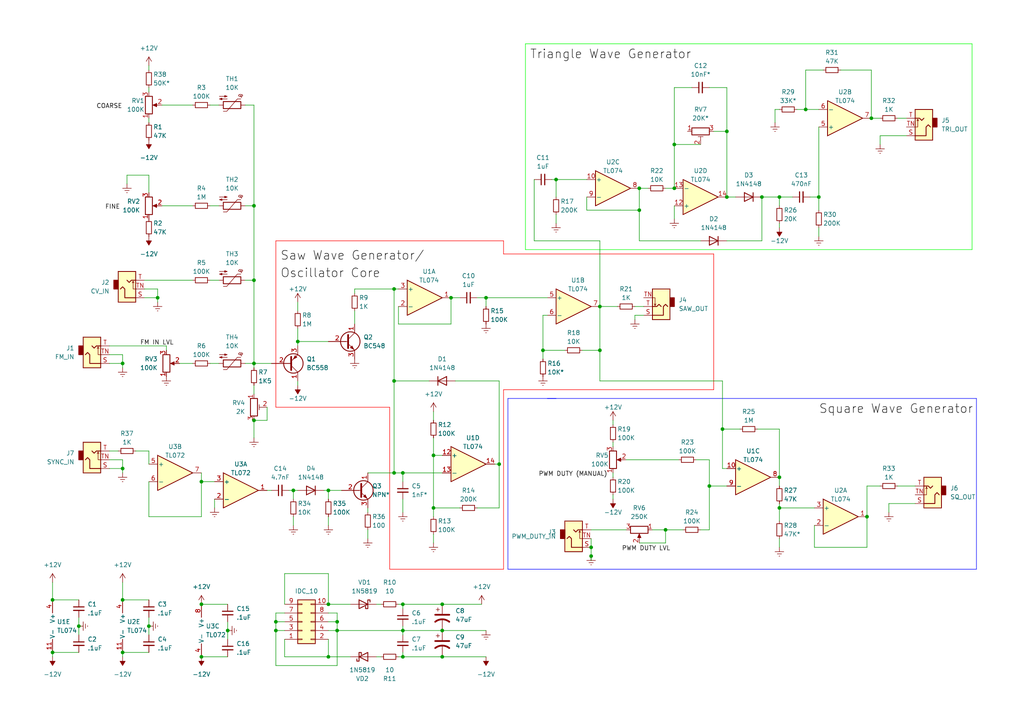
<source format=kicad_sch>
(kicad_sch (version 20230121) (generator eeschema)

  (uuid d890881c-526d-4dda-9f12-a86a28e63d51)

  (paper "A4")

  (title_block
    (title "Fireball VCO")
    (date "9/2/2023")
    (rev "2.0 alpha 5")
    (company "Synth Mages")
    (comment 1 "Credit to: Moritz Klein (original core and Triangle); Luther's VCO (TL074 core)")
  )

  

  (junction (at 116.84 190.5) (diameter 0) (color 0 0 0 0)
    (uuid 075a1865-481e-4ce0-a076-531586e1bbbf)
  )
  (junction (at 171.45 161.29) (diameter 0) (color 0 0 0 0)
    (uuid 0b8cfa97-2c8a-44e2-8dcb-c756934996ce)
  )
  (junction (at 210.82 38.1) (diameter 0) (color 0 0 0 0)
    (uuid 0d092406-8699-44aa-8e6f-53283c22679c)
  )
  (junction (at 97.79 182.88) (diameter 0) (color 0 0 0 0)
    (uuid 172b0a46-2ad3-43b9-bf90-5ff436544738)
  )
  (junction (at 252.73 34.29) (diameter 0) (color 0 0 0 0)
    (uuid 1acbe312-ea73-46de-95a0-46ee903ad6d7)
  )
  (junction (at 125.73 132.08) (diameter 0) (color 0 0 0 0)
    (uuid 206d4927-bae3-4738-951c-6a8cbc5d241c)
  )
  (junction (at 157.48 101.6) (diameter 0) (color 0 0 0 0)
    (uuid 20c6b5dc-5e97-463f-bb0b-8a6ebd6dfed3)
  )
  (junction (at 35.56 173.99) (diameter 0) (color 0 0 0 0)
    (uuid 2773ed9a-de76-49b5-9670-09e838ff13ec)
  )
  (junction (at 35.56 105.41) (diameter 0) (color 0 0 0 0)
    (uuid 28c2c3fd-e329-448b-b776-668bbff61ece)
  )
  (junction (at 226.06 57.15) (diameter 0) (color 0 0 0 0)
    (uuid 29c53297-fb9e-427b-a62a-3165e3ce3fa9)
  )
  (junction (at 171.45 158.75) (diameter 0) (color 0 0 0 0)
    (uuid 2b1ce009-4d4e-46d0-8d3b-5058e962702d)
  )
  (junction (at 43.18 181.61) (diameter 0) (color 0 0 0 0)
    (uuid 2bd35e70-97b8-430f-9ce6-02281ffc553f)
  )
  (junction (at 173.99 88.9) (diameter 0) (color 0 0 0 0)
    (uuid 2bf51d65-94c1-48ca-8989-506ae6f37763)
  )
  (junction (at 114.3 83.82) (diameter 0) (color 0 0 0 0)
    (uuid 2cbf939d-fb93-49cd-ae52-e3ecd46bea7c)
  )
  (junction (at 161.29 52.07) (diameter 0) (color 0 0 0 0)
    (uuid 32eb5fdc-f6f6-41f7-a4c5-13b36f7e494d)
  )
  (junction (at 15.24 189.23) (diameter 0) (color 0 0 0 0)
    (uuid 350c7eae-f694-4ca5-8e1d-763491c63eaa)
  )
  (junction (at 144.78 134.62) (diameter 0) (color 0 0 0 0)
    (uuid 3a3dd555-0399-4ad6-9e2b-28fab74ee735)
  )
  (junction (at 95.25 190.5) (diameter 0) (color 0 0 0 0)
    (uuid 3cdfd602-b425-4f80-a48a-cfb0b28aa601)
  )
  (junction (at 128.27 175.26) (diameter 0) (color 0 0 0 0)
    (uuid 40e8b243-31d0-4851-97e3-924a4ad21580)
  )
  (junction (at 209.55 124.46) (diameter 0) (color 0 0 0 0)
    (uuid 47f5b7fc-8246-4165-b966-6735a0e7c3b2)
  )
  (junction (at 237.49 57.15) (diameter 0) (color 0 0 0 0)
    (uuid 48fa5610-5736-45e8-ae3c-448d570256e4)
  )
  (junction (at 140.97 86.36) (diameter 0) (color 0 0 0 0)
    (uuid 5050665b-6f38-438f-b7de-4f2f0b3fea4c)
  )
  (junction (at 210.82 57.15) (diameter 0) (color 0 0 0 0)
    (uuid 51008200-6370-4583-8d62-aa48d90599c6)
  )
  (junction (at 85.09 142.24) (diameter 0) (color 0 0 0 0)
    (uuid 556f3a09-f32f-4c21-bcdd-8738847a8360)
  )
  (junction (at 73.66 81.28) (diameter 0) (color 0 0 0 0)
    (uuid 55fdeb7b-b932-4e9a-a1bb-47c4bec8052a)
  )
  (junction (at 35.56 135.89) (diameter 0) (color 0 0 0 0)
    (uuid 56d09a4b-e16e-4d28-8b5a-a24c6712b7ee)
  )
  (junction (at 251.46 149.86) (diameter 0) (color 0 0 0 0)
    (uuid 5b0a1f38-45f5-4e0f-8cfe-1e71c8bdbe53)
  )
  (junction (at 195.58 41.91) (diameter 0) (color 0 0 0 0)
    (uuid 5dad56f2-45d3-4e52-b994-916ff2c8a8dd)
  )
  (junction (at 97.79 180.34) (diameter 0) (color 0 0 0 0)
    (uuid 6ce4eac4-fd32-4492-841f-4f81a8f19f3a)
  )
  (junction (at 95.25 142.24) (diameter 0) (color 0 0 0 0)
    (uuid 6e03066d-cf34-4f0a-bf67-afc1a553dbd5)
  )
  (junction (at 193.04 153.67) (diameter 0) (color 0 0 0 0)
    (uuid 715fb730-5459-4eb3-8a61-f16174277289)
  )
  (junction (at 116.84 137.16) (diameter 0) (color 0 0 0 0)
    (uuid 74599a7d-dabb-4bff-a2d3-c80f3ebdcc5b)
  )
  (junction (at 195.58 54.61) (diameter 0) (color 0 0 0 0)
    (uuid 75965b98-4b11-439b-a9ed-5d85b6e84756)
  )
  (junction (at 73.66 59.69) (diameter 0) (color 0 0 0 0)
    (uuid 7f470389-3496-4b16-9bae-cb1adf8dffd3)
  )
  (junction (at 80.01 180.34) (diameter 0) (color 0 0 0 0)
    (uuid 84f82164-c0b1-4d04-a1ea-5828c3d1efe0)
  )
  (junction (at 80.01 182.88) (diameter 0) (color 0 0 0 0)
    (uuid 8734b47e-1009-47c7-9022-fc73c5b9494c)
  )
  (junction (at 73.66 121.92) (diameter 0) (color 0 0 0 0)
    (uuid 888de751-d16f-46ba-a9ec-a67cbbb790d5)
  )
  (junction (at 58.42 190.5) (diameter 0) (color 0 0 0 0)
    (uuid 96d32497-6ef1-4c10-92d8-73553a5a68d9)
  )
  (junction (at 15.24 173.99) (diameter 0) (color 0 0 0 0)
    (uuid 983e50c9-d416-4582-99f4-668e2e8bf740)
  )
  (junction (at 114.3 137.16) (diameter 0) (color 0 0 0 0)
    (uuid 9ae6ee63-ab58-4b50-88e6-c5ab8df5464a)
  )
  (junction (at 130.81 86.36) (diameter 0) (color 0 0 0 0)
    (uuid 9d7d4f70-ed86-4097-80d3-ff4e8aa84449)
  )
  (junction (at 226.06 147.32) (diameter 0) (color 0 0 0 0)
    (uuid a84319d0-b8a1-47d0-a7f5-5038fc1074b4)
  )
  (junction (at 128.27 182.88) (diameter 0) (color 0 0 0 0)
    (uuid a86fef97-384d-4073-b0c4-fdc6d101ff07)
  )
  (junction (at 58.42 175.26) (diameter 0) (color 0 0 0 0)
    (uuid a95f9d30-a62c-4004-b20c-ef3c7bf05746)
  )
  (junction (at 116.84 175.26) (diameter 0) (color 0 0 0 0)
    (uuid ac5c1669-c550-4f77-86ab-885ba3b17d72)
  )
  (junction (at 95.25 175.26) (diameter 0) (color 0 0 0 0)
    (uuid b07235e1-feb3-4ff0-a8d6-a42b2841ec15)
  )
  (junction (at 226.06 138.43) (diameter 0) (color 0 0 0 0)
    (uuid b0b265b2-2403-4c05-adff-d3096aa31f04)
  )
  (junction (at 35.56 189.23) (diameter 0) (color 0 0 0 0)
    (uuid b2ee4998-d217-48c5-bcab-3c3ec17359f4)
  )
  (junction (at 173.99 101.6) (diameter 0) (color 0 0 0 0)
    (uuid b438d47e-4ecd-4320-b1b1-577c36fde352)
  )
  (junction (at 66.04 182.88) (diameter 0) (color 0 0 0 0)
    (uuid c0c94de9-b363-4573-a4b0-e707e9818bfb)
  )
  (junction (at 86.36 99.06) (diameter 0) (color 0 0 0 0)
    (uuid ca0cb80a-16c0-415a-bc06-74ee569224bb)
  )
  (junction (at 205.74 140.97) (diameter 0) (color 0 0 0 0)
    (uuid ccccb99c-a6e1-4fb9-814d-46da7ba6a319)
  )
  (junction (at 233.68 31.75) (diameter 0) (color 0 0 0 0)
    (uuid cf9c90b9-8b4c-4b16-bdbb-ca23ed4b46d5)
  )
  (junction (at 114.3 110.49) (diameter 0) (color 0 0 0 0)
    (uuid d307af8a-5e3c-43b5-bc7a-ccf786fbd248)
  )
  (junction (at 128.27 190.5) (diameter 0) (color 0 0 0 0)
    (uuid d415c345-b77d-46b3-91cf-ee7c3bc3ed8c)
  )
  (junction (at 125.73 147.32) (diameter 0) (color 0 0 0 0)
    (uuid d648a591-ab8b-4854-8164-e9c66da237bc)
  )
  (junction (at 220.98 57.15) (diameter 0) (color 0 0 0 0)
    (uuid d85b1e8b-d28c-4475-be61-87ae5d0c1f67)
  )
  (junction (at 73.66 105.41) (diameter 0) (color 0 0 0 0)
    (uuid eb0b78f8-dfa9-4f4f-abf7-fa2f4e80babd)
  )
  (junction (at 58.42 139.7) (diameter 0) (color 0 0 0 0)
    (uuid efacadf5-fa5a-460d-9635-123d1cf8fb6e)
  )
  (junction (at 45.72 86.36) (diameter 0) (color 0 0 0 0)
    (uuid f2892d9d-74cc-4074-8f2d-6083e35b19e0)
  )
  (junction (at 185.42 54.61) (diameter 0) (color 0 0 0 0)
    (uuid f5afcd4b-4f35-4e06-893f-305be9e61bd0)
  )
  (junction (at 22.86 181.61) (diameter 0) (color 0 0 0 0)
    (uuid f89803fe-3120-42e0-bc8c-70407f642c38)
  )
  (junction (at 116.84 182.88) (diameter 0) (color 0 0 0 0)
    (uuid fc4f40a1-90a5-407f-a4b3-48be9ee7dad3)
  )
  (junction (at 185.42 60.96) (diameter 0) (color 0 0 0 0)
    (uuid ff025fda-e915-488b-bd88-50e858aa4865)
  )

  (wire (pts (xy 226.06 158.75) (xy 226.06 156.21))
    (stroke (width 0) (type default))
    (uuid 002c1938-850f-498c-a7af-2a3b94ca92fd)
  )
  (wire (pts (xy 193.04 153.67) (xy 198.12 153.67))
    (stroke (width 0) (type default))
    (uuid 007dfa29-e7f8-4797-b436-c740caab9a00)
  )
  (wire (pts (xy 132.08 110.49) (xy 144.78 110.49))
    (stroke (width 0) (type default))
    (uuid 00ee7565-1764-4930-8054-70883141bd07)
  )
  (wire (pts (xy 71.12 81.28) (xy 73.66 81.28))
    (stroke (width 0) (type default))
    (uuid 011f81a1-0311-4ec7-9b6d-d7b2203caadb)
  )
  (wire (pts (xy 22.86 181.61) (xy 22.86 184.15))
    (stroke (width 0) (type default))
    (uuid 012bbe54-4624-4668-b7c4-4242663ebf45)
  )
  (wire (pts (xy 138.43 86.36) (xy 140.97 86.36))
    (stroke (width 0) (type default))
    (uuid 045dfa05-79fc-47c8-ba68-21dedc5b6157)
  )
  (wire (pts (xy 184.15 88.9) (xy 186.69 88.9))
    (stroke (width 0) (type default))
    (uuid 04fa77bd-96fd-4d51-be1a-ee442f124ff7)
  )
  (wire (pts (xy 193.04 157.48) (xy 193.04 153.67))
    (stroke (width 0) (type default))
    (uuid 07b738e4-d738-41bc-a562-786737d01e67)
  )
  (wire (pts (xy 200.66 25.4) (xy 195.58 25.4))
    (stroke (width 0) (type default))
    (uuid 08d97d60-b423-4d39-a2f5-2a41fbeb08ce)
  )
  (wire (pts (xy 95.25 180.34) (xy 97.79 180.34))
    (stroke (width 0) (type default))
    (uuid 08e22539-d037-44c9-974f-f0285476464e)
  )
  (wire (pts (xy 97.79 180.34) (xy 97.79 182.88))
    (stroke (width 0) (type default))
    (uuid 098937ed-90ac-4c2a-87e9-44c634026a96)
  )
  (wire (pts (xy 73.66 105.41) (xy 71.12 105.41))
    (stroke (width 0) (type default))
    (uuid 09f8d815-d6e5-44c4-ad0b-1a8b2bb97280)
  )
  (wire (pts (xy 58.42 190.5) (xy 66.04 190.5))
    (stroke (width 0) (type default))
    (uuid 0ad9557d-6375-44e2-b9fe-ee913105a54a)
  )
  (wire (pts (xy 251.46 149.86) (xy 251.46 158.75))
    (stroke (width 0) (type default))
    (uuid 0b1fad50-6cc0-4fc4-8e50-2b1e46cf9662)
  )
  (wire (pts (xy 73.66 121.92) (xy 73.66 127))
    (stroke (width 0) (type default))
    (uuid 0e54b145-8e00-4001-b4d6-79ebd173795a)
  )
  (wire (pts (xy 185.42 54.61) (xy 187.96 54.61))
    (stroke (width 0) (type default))
    (uuid 0e8c0ae5-3426-4966-952e-e1aacd83c2ce)
  )
  (wire (pts (xy 31.75 102.87) (xy 35.56 102.87))
    (stroke (width 0) (type default))
    (uuid 0fc04f8d-8ca8-48a9-963c-203085787e96)
  )
  (wire (pts (xy 128.27 190.5) (xy 140.97 190.5))
    (stroke (width 0) (type default))
    (uuid 1041a423-2100-494e-8ae7-9ce13df21b70)
  )
  (wire (pts (xy 116.84 182.88) (xy 116.84 184.15))
    (stroke (width 0) (type default))
    (uuid 12a8d320-8b4b-41e7-9b61-52ef907e7852)
  )
  (wire (pts (xy 237.49 57.15) (xy 234.95 57.15))
    (stroke (width 0) (type default))
    (uuid 133b11aa-6cbf-4421-8a14-776418a0f772)
  )
  (wire (pts (xy 236.22 158.75) (xy 251.46 158.75))
    (stroke (width 0) (type default))
    (uuid 134ee044-c9bb-4c33-b121-2f3154f2a9a5)
  )
  (wire (pts (xy 80.01 193.04) (xy 97.79 193.04))
    (stroke (width 0) (type default))
    (uuid 14bae766-cdf3-4115-9a1c-8e7793c5df7e)
  )
  (wire (pts (xy 210.82 38.1) (xy 207.01 38.1))
    (stroke (width 0) (type default))
    (uuid 14bed775-a08c-49c3-b999-ff12a5c11272)
  )
  (wire (pts (xy 86.36 99.06) (xy 86.36 100.33))
    (stroke (width 0) (type default))
    (uuid 14d600b4-1f04-45dd-a69b-600474737a00)
  )
  (wire (pts (xy 45.72 83.82) (xy 45.72 86.36))
    (stroke (width 0) (type default))
    (uuid 16700e14-9066-4739-8192-ea1202f25d46)
  )
  (wire (pts (xy 219.71 124.46) (xy 226.06 124.46))
    (stroke (width 0) (type default))
    (uuid 18acf7aa-e7eb-445c-bb3c-47242488be90)
  )
  (wire (pts (xy 226.06 57.15) (xy 229.87 57.15))
    (stroke (width 0) (type default))
    (uuid 1965008a-8e38-41cc-b8a1-e5fc8c2e4c40)
  )
  (wire (pts (xy 238.76 20.32) (xy 233.68 20.32))
    (stroke (width 0) (type default))
    (uuid 1a002cf0-afc6-4fc8-b446-6cdb88bb7ca5)
  )
  (wire (pts (xy 86.36 95.25) (xy 86.36 99.06))
    (stroke (width 0) (type default))
    (uuid 1b2baf6e-d4d8-4546-8491-6946321689f1)
  )
  (wire (pts (xy 114.3 110.49) (xy 114.3 137.16))
    (stroke (width 0) (type default))
    (uuid 1c9a3366-41d0-4d3e-a1d4-ebde0a05260b)
  )
  (wire (pts (xy 116.84 144.78) (xy 116.84 148.59))
    (stroke (width 0) (type default))
    (uuid 1d794bea-b78e-4905-b136-60feb12d30e8)
  )
  (wire (pts (xy 177.8 138.43) (xy 177.8 137.16))
    (stroke (width 0) (type default))
    (uuid 1e39993f-4bec-40e4-9430-53882ec7d876)
  )
  (wire (pts (xy 209.55 124.46) (xy 209.55 135.89))
    (stroke (width 0) (type default))
    (uuid 1ef14b51-9015-4ea9-a43a-f57ffaf101c7)
  )
  (wire (pts (xy 106.68 148.59) (xy 106.68 147.32))
    (stroke (width 0) (type default))
    (uuid 1f1d88b7-67b6-47f8-a169-1541b13cf647)
  )
  (wire (pts (xy 93.98 142.24) (xy 95.25 142.24))
    (stroke (width 0) (type default))
    (uuid 1fc60a75-47b3-443a-a1ec-116efd547bc4)
  )
  (wire (pts (xy 251.46 140.97) (xy 255.27 140.97))
    (stroke (width 0) (type default))
    (uuid 204f755f-4a48-4219-925e-73302b9c7969)
  )
  (wire (pts (xy 106.68 137.16) (xy 114.3 137.16))
    (stroke (width 0) (type default))
    (uuid 220c4862-a0c1-454d-a040-cc150af4e384)
  )
  (wire (pts (xy 233.68 20.32) (xy 233.68 31.75))
    (stroke (width 0) (type default))
    (uuid 259fbfb8-a159-4e67-a275-e2e46fcd7918)
  )
  (wire (pts (xy 210.82 57.15) (xy 210.82 38.1))
    (stroke (width 0) (type default))
    (uuid 25c6ad95-f0c8-49e9-81fc-fb7a701099ec)
  )
  (wire (pts (xy 73.66 30.48) (xy 73.66 59.69))
    (stroke (width 0) (type default))
    (uuid 25f59034-7f3d-40c8-b683-f1aa36f7e057)
  )
  (polyline (pts (xy 113.03 118.11) (xy 113.03 165.1))
    (stroke (width 0) (type default) (color 255 0 0 1))
    (uuid 26a36794-44dc-47a1-a094-a186a88cb4a7)
  )

  (wire (pts (xy 82.55 180.34) (xy 80.01 180.34))
    (stroke (width 0) (type default))
    (uuid 2701523c-e6b5-4540-aeeb-9201868c036f)
  )
  (wire (pts (xy 97.79 182.88) (xy 95.25 182.88))
    (stroke (width 0) (type default))
    (uuid 289f3380-e32f-4a3d-bbfb-63c5b7fd0408)
  )
  (wire (pts (xy 77.47 118.11) (xy 77.47 121.92))
    (stroke (width 0) (type default))
    (uuid 295f0add-eade-45af-975e-6bfabeece927)
  )
  (wire (pts (xy 205.74 25.4) (xy 210.82 25.4))
    (stroke (width 0) (type default))
    (uuid 2c084311-3748-4603-807b-158a5645d552)
  )
  (polyline (pts (xy 146.05 113.03) (xy 207.01 113.03))
    (stroke (width 0) (type default) (color 255 0 0 1))
    (uuid 2c3e0bef-ba0d-4daa-9fed-77b970fb589a)
  )

  (wire (pts (xy 116.84 175.26) (xy 128.27 175.26))
    (stroke (width 0) (type default))
    (uuid 2de0c9ac-e100-4fd5-95d2-9b1179091582)
  )
  (wire (pts (xy 226.06 147.32) (xy 236.22 147.32))
    (stroke (width 0) (type default))
    (uuid 2e108b1d-21b0-40f3-81d5-80e4a0d17bcf)
  )
  (wire (pts (xy 116.84 175.26) (xy 116.84 176.53))
    (stroke (width 0) (type default))
    (uuid 2e6dddd0-d5ef-43a5-be0d-2142b9682e15)
  )
  (wire (pts (xy 60.96 105.41) (xy 63.5 105.41))
    (stroke (width 0) (type default))
    (uuid 33a00978-c343-44a7-a6e5-b3497815d021)
  )
  (wire (pts (xy 115.57 93.98) (xy 130.81 93.98))
    (stroke (width 0) (type default))
    (uuid 34546126-e5aa-4369-ad55-08d5b068ccdd)
  )
  (wire (pts (xy 15.24 168.91) (xy 15.24 173.99))
    (stroke (width 0) (type default))
    (uuid 34f7e17e-8022-406b-97d3-dc5a2ef7cb3d)
  )
  (wire (pts (xy 255.27 39.37) (xy 262.89 39.37))
    (stroke (width 0) (type default))
    (uuid 353e5957-63ae-41fd-9383-d94336a67673)
  )
  (wire (pts (xy 66.04 182.88) (xy 66.04 185.42))
    (stroke (width 0) (type default))
    (uuid 363f76f1-2d4c-4900-8756-de05c138d3f9)
  )
  (polyline (pts (xy 147.32 165.1) (xy 147.32 115.57))
    (stroke (width 0) (type default) (color 0 0 255 1))
    (uuid 3669ce97-5079-4570-8411-d18144ea2c72)
  )

  (wire (pts (xy 58.42 149.86) (xy 58.42 139.7))
    (stroke (width 0) (type default))
    (uuid 367e26b9-4c64-4450-bb43-387b4eeef2d1)
  )
  (wire (pts (xy 116.84 182.88) (xy 128.27 182.88))
    (stroke (width 0) (type default))
    (uuid 3708aabd-1df3-4175-b0ce-e7a71c9c3df0)
  )
  (wire (pts (xy 85.09 142.24) (xy 86.36 142.24))
    (stroke (width 0) (type default))
    (uuid 371a0c61-0cae-4ad5-a539-1630d9b2e841)
  )
  (wire (pts (xy 102.87 90.17) (xy 102.87 93.98))
    (stroke (width 0) (type default))
    (uuid 37345856-0e9f-4094-8d0e-9067acad28f7)
  )
  (polyline (pts (xy 207.01 113.03) (xy 207.01 73.66))
    (stroke (width 0) (type default) (color 255 0 0 1))
    (uuid 37814521-bb08-4a2c-8491-bd99b1a1449f)
  )

  (wire (pts (xy 168.91 101.6) (xy 173.99 101.6))
    (stroke (width 0) (type default))
    (uuid 3834a0a2-9db5-4e4f-88d1-06e07e14426b)
  )
  (wire (pts (xy 35.56 102.87) (xy 35.56 105.41))
    (stroke (width 0) (type default))
    (uuid 39be6e31-2b99-464b-afa3-8dbe917fb467)
  )
  (wire (pts (xy 35.56 105.41) (xy 35.56 106.68))
    (stroke (width 0) (type default))
    (uuid 3a103a57-e2ab-48e3-8968-ae49db55c7b5)
  )
  (wire (pts (xy 173.99 88.9) (xy 179.07 88.9))
    (stroke (width 0) (type default))
    (uuid 3c3a8653-c2e6-46dc-b7e3-f1996049398b)
  )
  (wire (pts (xy 60.96 81.28) (xy 63.5 81.28))
    (stroke (width 0) (type default))
    (uuid 3c7bacda-9703-4bbc-876f-bdaa46017caa)
  )
  (wire (pts (xy 115.57 88.9) (xy 115.57 93.98))
    (stroke (width 0) (type default))
    (uuid 3c888aa6-a9b9-43b4-bf68-31840e6fbfcc)
  )
  (wire (pts (xy 157.48 101.6) (xy 163.83 101.6))
    (stroke (width 0) (type default))
    (uuid 3d113e8e-616f-408b-a33d-6fa11010d1f8)
  )
  (wire (pts (xy 143.51 134.62) (xy 144.78 134.62))
    (stroke (width 0) (type default))
    (uuid 3d4202c8-e44d-4416-8835-244ae1b4f51f)
  )
  (polyline (pts (xy 146.05 73.66) (xy 146.05 69.85))
    (stroke (width 0) (type default) (color 255 0 0 1))
    (uuid 3e3cebc1-c834-42bc-bc7b-c76364b306e5)
  )

  (wire (pts (xy 31.75 135.89) (xy 35.56 135.89))
    (stroke (width 0) (type default))
    (uuid 40d2c445-8b82-437b-965a-da8ba7dc4686)
  )
  (wire (pts (xy 177.8 128.27) (xy 177.8 129.54))
    (stroke (width 0) (type default))
    (uuid 426702e6-6702-4c94-a12f-cfbb4627cabb)
  )
  (wire (pts (xy 36.83 53.34) (xy 36.83 50.8))
    (stroke (width 0) (type default))
    (uuid 43c96b80-e4d2-4ce6-a587-59bd42483150)
  )
  (wire (pts (xy 58.42 139.7) (xy 62.23 139.7))
    (stroke (width 0) (type default))
    (uuid 447cf90d-e302-402f-a40d-5ba7c65e210c)
  )
  (wire (pts (xy 83.82 142.24) (xy 85.09 142.24))
    (stroke (width 0) (type default))
    (uuid 455a40bf-616a-44c4-944a-59a8ef7f389a)
  )
  (wire (pts (xy 73.66 111.76) (xy 73.66 114.3))
    (stroke (width 0) (type default))
    (uuid 45723b2a-c59f-41bc-b33b-b65f964b79ed)
  )
  (wire (pts (xy 193.04 54.61) (xy 195.58 54.61))
    (stroke (width 0) (type default))
    (uuid 4902f87b-cd92-4961-a019-6bd55f1ad533)
  )
  (wire (pts (xy 116.84 139.7) (xy 116.84 137.16))
    (stroke (width 0) (type default))
    (uuid 49f9ccd6-ca41-4d14-850b-43d5c6d39eca)
  )
  (wire (pts (xy 95.25 175.26) (xy 101.6 175.26))
    (stroke (width 0) (type default))
    (uuid 4b3079b5-3fd6-4f7d-91f0-c2f7c230b5ac)
  )
  (wire (pts (xy 116.84 137.16) (xy 128.27 137.16))
    (stroke (width 0) (type default))
    (uuid 4c77e7ac-2cd5-499c-b44d-232727691533)
  )
  (wire (pts (xy 36.83 50.8) (xy 43.18 50.8))
    (stroke (width 0) (type default))
    (uuid 4e9c0aad-d07e-49b8-adec-3be64a4bf032)
  )
  (wire (pts (xy 125.73 119.38) (xy 125.73 121.92))
    (stroke (width 0) (type default))
    (uuid 4e9d12ca-592c-4c0d-aa3c-ade1647da242)
  )
  (wire (pts (xy 144.78 134.62) (xy 144.78 147.32))
    (stroke (width 0) (type default))
    (uuid 5013c7b0-8c51-42cc-83e7-f71968aad6d8)
  )
  (wire (pts (xy 237.49 68.58) (xy 237.49 66.04))
    (stroke (width 0) (type default))
    (uuid 50a72d08-30fe-4ad4-b1e3-7584fe251d6e)
  )
  (wire (pts (xy 73.66 59.69) (xy 71.12 59.69))
    (stroke (width 0) (type default))
    (uuid 50dcb38f-1866-4212-86ea-87f436a5d1cb)
  )
  (polyline (pts (xy 283.21 165.1) (xy 147.32 165.1))
    (stroke (width 0) (type default) (color 0 0 255 1))
    (uuid 51449ff3-ca6f-426f-98c4-b6646e7151de)
  )

  (wire (pts (xy 209.55 110.49) (xy 209.55 124.46))
    (stroke (width 0) (type default))
    (uuid 529857ef-e476-4092-9c4b-918ea58148f1)
  )
  (wire (pts (xy 116.84 181.61) (xy 116.84 182.88))
    (stroke (width 0) (type default))
    (uuid 546b73c3-66bd-4478-8dbf-47421172213d)
  )
  (wire (pts (xy 77.47 142.24) (xy 78.74 142.24))
    (stroke (width 0) (type default))
    (uuid 547f9bb3-0fb5-45ef-a30e-bff8d4e60f7c)
  )
  (wire (pts (xy 95.25 177.8) (xy 97.79 177.8))
    (stroke (width 0) (type default))
    (uuid 54b840c8-8a60-410e-a825-acf5831c5e9e)
  )
  (wire (pts (xy 171.45 153.67) (xy 181.61 153.67))
    (stroke (width 0) (type default))
    (uuid 567e0f82-ba96-4215-bf61-c8cb17bbdae2)
  )
  (wire (pts (xy 195.58 25.4) (xy 195.58 41.91))
    (stroke (width 0) (type default))
    (uuid 577bcebf-382e-4caa-9344-9973e7630894)
  )
  (wire (pts (xy 260.35 34.29) (xy 262.89 34.29))
    (stroke (width 0) (type default))
    (uuid 57869ebb-5332-4b60-8d7d-4a5c58d46e2a)
  )
  (wire (pts (xy 226.06 146.05) (xy 226.06 147.32))
    (stroke (width 0) (type default))
    (uuid 59871f82-a954-46af-80da-f5a5ef1d4d59)
  )
  (wire (pts (xy 220.98 69.85) (xy 220.98 57.15))
    (stroke (width 0) (type default))
    (uuid 59a7e7e7-b81d-4d68-a547-56f97220be4c)
  )
  (wire (pts (xy 116.84 190.5) (xy 116.84 189.23))
    (stroke (width 0) (type default))
    (uuid 59f448ea-2c03-44de-9c67-ed993ff79596)
  )
  (wire (pts (xy 86.36 111.76) (xy 86.36 110.49))
    (stroke (width 0) (type default))
    (uuid 5a8f0a11-4734-4680-a5c5-1b31df74096b)
  )
  (wire (pts (xy 161.29 64.77) (xy 161.29 62.23))
    (stroke (width 0) (type default))
    (uuid 5acaecee-5ec2-4db8-9a52-e48cb7cfd786)
  )
  (wire (pts (xy 185.42 69.85) (xy 185.42 60.96))
    (stroke (width 0) (type default))
    (uuid 5c2af044-42c1-4be9-8d2d-cd440eb6729a)
  )
  (wire (pts (xy 185.42 54.61) (xy 185.42 60.96))
    (stroke (width 0) (type default))
    (uuid 5ccb24f1-2171-43dc-9c5b-47bab90a9791)
  )
  (wire (pts (xy 31.75 100.33) (xy 48.26 100.33))
    (stroke (width 0) (type default))
    (uuid 5f88b998-4022-457d-b69a-809840943cc5)
  )
  (wire (pts (xy 109.22 175.26) (xy 110.49 175.26))
    (stroke (width 0) (type default))
    (uuid 6075f7b3-42c3-4353-b49b-e17d549e8a5b)
  )
  (wire (pts (xy 97.79 177.8) (xy 97.79 180.34))
    (stroke (width 0) (type default))
    (uuid 608bdaed-51dc-4114-ad03-17fa0417725e)
  )
  (wire (pts (xy 43.18 139.7) (xy 43.18 149.86))
    (stroke (width 0) (type default))
    (uuid 6162fc7c-adf9-48d6-985b-b95b7ab20bb0)
  )
  (wire (pts (xy 195.58 59.69) (xy 195.58 63.5))
    (stroke (width 0) (type default))
    (uuid 61d4904e-ca20-4aa2-bc83-914bfb64d3ec)
  )
  (wire (pts (xy 226.06 140.97) (xy 226.06 138.43))
    (stroke (width 0) (type default))
    (uuid 61da3553-8431-487c-ad44-4a746e5e5797)
  )
  (wire (pts (xy 226.06 147.32) (xy 226.06 151.13))
    (stroke (width 0) (type default))
    (uuid 63ac9ea8-e94a-41a1-8540-58b0e8f1fb31)
  )
  (wire (pts (xy 115.57 175.26) (xy 116.84 175.26))
    (stroke (width 0) (type default))
    (uuid 65aed1ea-2704-487f-8c0d-589e6382acfa)
  )
  (wire (pts (xy 73.66 105.41) (xy 78.74 105.41))
    (stroke (width 0) (type default))
    (uuid 65d31c49-1a73-451a-b7b4-255fdf0f42e8)
  )
  (wire (pts (xy 157.48 91.44) (xy 157.48 101.6))
    (stroke (width 0) (type default))
    (uuid 673136ad-373e-4aa0-b454-16afa090fc95)
  )
  (wire (pts (xy 43.18 181.61) (xy 43.18 184.15))
    (stroke (width 0) (type default))
    (uuid 6aa07b55-b052-43f5-8c27-5866263b9828)
  )
  (wire (pts (xy 128.27 182.88) (xy 140.97 182.88))
    (stroke (width 0) (type default))
    (uuid 6aa7911e-f18a-4bcb-9a68-f0821c6ef595)
  )
  (wire (pts (xy 173.99 101.6) (xy 173.99 110.49))
    (stroke (width 0) (type default))
    (uuid 6fc4ce66-264a-4b39-8826-9f6dd5eedd6a)
  )
  (wire (pts (xy 95.25 142.24) (xy 99.06 142.24))
    (stroke (width 0) (type default))
    (uuid 70b4b370-4e40-47bf-bf45-f1defc4e4350)
  )
  (wire (pts (xy 170.18 57.15) (xy 170.18 60.96))
    (stroke (width 0) (type default))
    (uuid 7232c599-b068-4867-98ec-6cc6b6eaeb47)
  )
  (polyline (pts (xy 80.01 69.85) (xy 80.01 118.11))
    (stroke (width 0) (type default) (color 255 0 0 1))
    (uuid 72895c94-3d33-49e3-aa7e-8b5b319c8835)
  )

  (wire (pts (xy 41.91 83.82) (xy 45.72 83.82))
    (stroke (width 0) (type default))
    (uuid 73af482d-61ce-405e-acb3-c5c3e365dc63)
  )
  (wire (pts (xy 203.2 153.67) (xy 205.74 153.67))
    (stroke (width 0) (type default))
    (uuid 74c82889-424e-4b68-91f6-bf39bcf30e7b)
  )
  (wire (pts (xy 35.56 135.89) (xy 35.56 137.16))
    (stroke (width 0) (type default))
    (uuid 75b1bcf3-ead7-4c35-a3dd-5c904919d526)
  )
  (wire (pts (xy 46.99 30.48) (xy 55.88 30.48))
    (stroke (width 0) (type default))
    (uuid 7635b094-2c39-43ad-9664-a4d37a31e5f2)
  )
  (wire (pts (xy 173.99 69.85) (xy 173.99 88.9))
    (stroke (width 0) (type default))
    (uuid 7640029e-dd9c-4f34-b026-0b1f6403398c)
  )
  (wire (pts (xy 210.82 57.15) (xy 213.36 57.15))
    (stroke (width 0) (type default))
    (uuid 779af502-b322-4809-834d-3cde55ba8b63)
  )
  (wire (pts (xy 43.18 25.4) (xy 43.18 26.67))
    (stroke (width 0) (type default))
    (uuid 77fb27db-445e-4c1b-93b2-4c971053b24e)
  )
  (wire (pts (xy 144.78 110.49) (xy 144.78 134.62))
    (stroke (width 0) (type default))
    (uuid 78bd3d5e-aeee-4967-a3b5-8bb8028fc03b)
  )
  (wire (pts (xy 157.48 101.6) (xy 157.48 104.14))
    (stroke (width 0) (type default))
    (uuid 7e43e4d9-0a13-4746-a825-5b55fefb6920)
  )
  (wire (pts (xy 237.49 36.83) (xy 237.49 57.15))
    (stroke (width 0) (type default))
    (uuid 7f293836-7284-4165-9a5e-6c0f11e5036c)
  )
  (wire (pts (xy 203.2 69.85) (xy 185.42 69.85))
    (stroke (width 0) (type default))
    (uuid 7f7a8709-02e3-4a4c-b018-ad881cdfaaf9)
  )
  (wire (pts (xy 226.06 124.46) (xy 226.06 138.43))
    (stroke (width 0) (type default))
    (uuid 7f9c39cf-8658-46e8-95ff-e118c04dd6b3)
  )
  (wire (pts (xy 116.84 190.5) (xy 128.27 190.5))
    (stroke (width 0) (type default))
    (uuid 80a79dd5-9761-4f24-9f5d-3944299855c7)
  )
  (wire (pts (xy 95.25 149.86) (xy 95.25 152.4))
    (stroke (width 0) (type default))
    (uuid 81834102-3973-4d43-9646-9385c8ff4feb)
  )
  (wire (pts (xy 201.93 133.35) (xy 205.74 133.35))
    (stroke (width 0) (type default))
    (uuid 83350356-f972-42ca-9e1c-0e7cff7c878d)
  )
  (wire (pts (xy 138.43 147.32) (xy 144.78 147.32))
    (stroke (width 0) (type default))
    (uuid 83c83e37-be75-4d3f-8cce-59aa5d6e4a1d)
  )
  (wire (pts (xy 62.23 144.78) (xy 62.23 147.32))
    (stroke (width 0) (type default))
    (uuid 83dcd1ce-fbd0-44af-94f9-9b94a4f20215)
  )
  (wire (pts (xy 224.79 31.75) (xy 224.79 35.56))
    (stroke (width 0) (type default))
    (uuid 856ff727-57d3-4aff-b724-5a7e7a4992f2)
  )
  (wire (pts (xy 31.75 105.41) (xy 35.56 105.41))
    (stroke (width 0) (type default))
    (uuid 868890b2-35c8-4de5-bc71-870b05ff69ca)
  )
  (wire (pts (xy 252.73 20.32) (xy 243.84 20.32))
    (stroke (width 0) (type default))
    (uuid 89288a3d-99b2-41c3-bdd9-2025d7d7985c)
  )
  (wire (pts (xy 205.74 133.35) (xy 205.74 140.97))
    (stroke (width 0) (type default))
    (uuid 8930be09-3955-4980-9f12-321d514a97a0)
  )
  (wire (pts (xy 171.45 156.21) (xy 171.45 158.75))
    (stroke (width 0) (type default))
    (uuid 89db41f1-a356-42b0-a473-5ab47ed559f2)
  )
  (wire (pts (xy 73.66 59.69) (xy 73.66 81.28))
    (stroke (width 0) (type default))
    (uuid 8ae03916-e5c7-4865-9335-6aac4861bdee)
  )
  (polyline (pts (xy 158.75 115.57) (xy 283.21 115.57))
    (stroke (width 0) (type default) (color 0 0 255 1))
    (uuid 8b87e1ec-6c91-4e32-8ad2-fa2ed79b33e0)
  )

  (wire (pts (xy 35.56 189.23) (xy 35.56 190.5))
    (stroke (width 0) (type default))
    (uuid 8bed05d0-5ab5-4783-89c5-166c138e95fc)
  )
  (wire (pts (xy 48.26 100.33) (xy 48.26 101.6))
    (stroke (width 0) (type default))
    (uuid 8cdf6a76-ff89-4e5b-bdf5-3e8fb2c46f9d)
  )
  (wire (pts (xy 173.99 110.49) (xy 209.55 110.49))
    (stroke (width 0) (type default))
    (uuid 8e0c840a-378d-4b3a-a98a-ad981e7483ca)
  )
  (wire (pts (xy 73.66 30.48) (xy 71.12 30.48))
    (stroke (width 0) (type default))
    (uuid 8e643bdd-0fa5-49b8-bc39-a28fd3bcdec1)
  )
  (wire (pts (xy 209.55 135.89) (xy 210.82 135.89))
    (stroke (width 0) (type default))
    (uuid 8effd010-5427-44f6-a3bd-42a21fd66407)
  )
  (wire (pts (xy 35.56 133.35) (xy 35.56 135.89))
    (stroke (width 0) (type default))
    (uuid 8f7b07f3-a84b-4847-84c5-85ae6ee7f154)
  )
  (wire (pts (xy 177.8 144.78) (xy 177.8 143.51))
    (stroke (width 0) (type default))
    (uuid 930dc647-cfc0-489d-be9c-ed9bba08f24c)
  )
  (wire (pts (xy 257.81 148.59) (xy 257.81 146.05))
    (stroke (width 0) (type default))
    (uuid 93914fe1-8cee-4a39-9794-69ccdbef1150)
  )
  (wire (pts (xy 114.3 137.16) (xy 116.84 137.16))
    (stroke (width 0) (type default))
    (uuid 942d2b34-b105-443f-88ac-b15176aebfde)
  )
  (wire (pts (xy 226.06 66.04) (xy 226.06 64.77))
    (stroke (width 0) (type default))
    (uuid 947aa754-66eb-41b1-83b1-8078a9a77853)
  )
  (wire (pts (xy 45.72 86.36) (xy 45.72 87.63))
    (stroke (width 0) (type default))
    (uuid 95e0db78-5a49-4cfb-b3b7-0eae587a94a7)
  )
  (wire (pts (xy 58.42 137.16) (xy 58.42 139.7))
    (stroke (width 0) (type default))
    (uuid 9689b393-f224-4c11-9fde-b57a1bea34e6)
  )
  (wire (pts (xy 82.55 185.42) (xy 82.55 190.5))
    (stroke (width 0) (type default))
    (uuid 99d3832e-bfc0-4be8-b45f-3a46eb22891e)
  )
  (wire (pts (xy 73.66 105.41) (xy 73.66 106.68))
    (stroke (width 0) (type default))
    (uuid 99d3f8c0-7078-4064-8601-2d29fb9ca632)
  )
  (wire (pts (xy 82.55 190.5) (xy 95.25 190.5))
    (stroke (width 0) (type default))
    (uuid 9b4f04b4-bccf-4a4d-97ea-7ee47e5e4e7b)
  )
  (wire (pts (xy 171.45 161.29) (xy 171.45 162.56))
    (stroke (width 0) (type default))
    (uuid 9b93bffb-96f0-49bd-a363-731af5e292f1)
  )
  (polyline (pts (xy 152.4 72.39) (xy 281.94 72.39))
    (stroke (width 0) (type default) (color 0 255 0 1))
    (uuid 9c5656ce-2806-4720-adc3-21804b246bbf)
  )

  (wire (pts (xy 184.15 92.71) (xy 184.15 91.44))
    (stroke (width 0) (type default))
    (uuid 9ec28832-b961-42c0-96bc-c86f1d2420fd)
  )
  (wire (pts (xy 195.58 41.91) (xy 195.58 54.61))
    (stroke (width 0) (type default))
    (uuid 9fc905e5-be4e-4dba-9205-286886cf936c)
  )
  (wire (pts (xy 257.81 146.05) (xy 265.43 146.05))
    (stroke (width 0) (type default))
    (uuid a08a956e-07c4-488d-a98b-1c1e98f89b64)
  )
  (wire (pts (xy 160.02 52.07) (xy 161.29 52.07))
    (stroke (width 0) (type default))
    (uuid a0acc936-4421-46ca-91c4-c75c80c6be5c)
  )
  (wire (pts (xy 85.09 149.86) (xy 85.09 152.4))
    (stroke (width 0) (type default))
    (uuid a0db10ca-54a2-482a-b837-97a8a560f37f)
  )
  (wire (pts (xy 95.25 166.37) (xy 95.25 175.26))
    (stroke (width 0) (type default))
    (uuid a21f19f1-dba8-4480-819e-daf8bfa11687)
  )
  (polyline (pts (xy 146.05 165.1) (xy 146.05 113.03))
    (stroke (width 0) (type default) (color 255 0 0 1))
    (uuid a2981028-3515-4faa-b1cf-4cd262a7566b)
  )
  (polyline (pts (xy 80.01 118.11) (xy 113.03 118.11))
    (stroke (width 0) (type default) (color 255 0 0 1))
    (uuid a2cb54e7-210e-4425-b013-0f2f62bc1d8e)
  )

  (wire (pts (xy 97.79 193.04) (xy 97.79 182.88))
    (stroke (width 0) (type default))
    (uuid a31a1adc-a3bd-4964-bd9b-b9bd10009368)
  )
  (wire (pts (xy 125.73 147.32) (xy 133.35 147.32))
    (stroke (width 0) (type default))
    (uuid a5cc7907-8d7e-4af6-8741-cc0f14921c0e)
  )
  (wire (pts (xy 66.04 180.34) (xy 66.04 182.88))
    (stroke (width 0) (type default))
    (uuid a63d61c8-2977-4b61-9996-1acc2974b0e9)
  )
  (wire (pts (xy 114.3 83.82) (xy 115.57 83.82))
    (stroke (width 0) (type default))
    (uuid a78d5f79-ea61-4266-9e8d-fd63e072ca59)
  )
  (wire (pts (xy 154.94 52.07) (xy 154.94 69.85))
    (stroke (width 0) (type default))
    (uuid a7bf4714-0114-456b-b78a-67c1e6dd9802)
  )
  (wire (pts (xy 52.07 105.41) (xy 55.88 105.41))
    (stroke (width 0) (type default))
    (uuid a83485cc-7ab4-45e8-97c5-47ddd21c8c8c)
  )
  (wire (pts (xy 114.3 110.49) (xy 114.3 83.82))
    (stroke (width 0) (type default))
    (uuid a869fe58-f687-493d-be70-445118a47be9)
  )
  (wire (pts (xy 251.46 140.97) (xy 251.46 149.86))
    (stroke (width 0) (type default))
    (uuid a967c382-f359-459d-8372-4d92eb42b58b)
  )
  (polyline (pts (xy 281.94 72.39) (xy 281.94 12.7))
    (stroke (width 0) (type default) (color 0 255 0 1))
    (uuid a9836a8b-5a1f-40b8-9f4c-412f45dfdcaa)
  )

  (wire (pts (xy 184.15 91.44) (xy 186.69 91.44))
    (stroke (width 0) (type default))
    (uuid ab5f86a2-7e2a-4ffe-b40a-20795775506c)
  )
  (wire (pts (xy 43.18 179.07) (xy 43.18 181.61))
    (stroke (width 0) (type default))
    (uuid ac145d24-8080-4e7e-aa70-b3e56fcdd91f)
  )
  (wire (pts (xy 124.46 110.49) (xy 114.3 110.49))
    (stroke (width 0) (type default))
    (uuid ad62248c-406e-440c-b5d6-0016a1b9076d)
  )
  (wire (pts (xy 15.24 173.99) (xy 22.86 173.99))
    (stroke (width 0) (type default))
    (uuid ae2b5875-1677-4f6a-87d4-1b67672fca30)
  )
  (wire (pts (xy 43.18 34.29) (xy 43.18 35.56))
    (stroke (width 0) (type default))
    (uuid af17bf42-df96-4c67-96bd-e219dbdfae8f)
  )
  (wire (pts (xy 226.06 31.75) (xy 224.79 31.75))
    (stroke (width 0) (type default))
    (uuid afe4e8c1-60b3-4968-b551-93cd0d1aa719)
  )
  (wire (pts (xy 205.74 140.97) (xy 205.74 153.67))
    (stroke (width 0) (type default))
    (uuid b0040ed6-eb20-4694-966c-db191a071756)
  )
  (polyline (pts (xy 283.21 115.57) (xy 283.21 165.1))
    (stroke (width 0) (type default) (color 0 0 255 1))
    (uuid b0a5eb1f-ea9d-4007-9365-396c515ccf4c)
  )

  (wire (pts (xy 82.55 175.26) (xy 82.55 166.37))
    (stroke (width 0) (type default))
    (uuid b10f46eb-6232-4db8-8771-756ed85dd9d2)
  )
  (wire (pts (xy 31.75 133.35) (xy 35.56 133.35))
    (stroke (width 0) (type default))
    (uuid b1cb0ca4-8b25-49d7-8083-0cae18a61033)
  )
  (wire (pts (xy 115.57 190.5) (xy 116.84 190.5))
    (stroke (width 0) (type default))
    (uuid b1ed980c-0c6e-4927-b46d-11412478ad19)
  )
  (wire (pts (xy 41.91 81.28) (xy 55.88 81.28))
    (stroke (width 0) (type default))
    (uuid b21aa8dc-5681-4a20-aefb-dc676f666ac1)
  )
  (wire (pts (xy 41.91 86.36) (xy 45.72 86.36))
    (stroke (width 0) (type default))
    (uuid b2a4a507-887b-4816-8414-e2ee7926f9eb)
  )
  (wire (pts (xy 106.68 153.67) (xy 106.68 156.21))
    (stroke (width 0) (type default))
    (uuid b41bae91-b397-4256-a08c-8b7fff39f076)
  )
  (wire (pts (xy 210.82 69.85) (xy 220.98 69.85))
    (stroke (width 0) (type default))
    (uuid b4282345-4cbd-46bd-b037-5f7db06007e9)
  )
  (polyline (pts (xy 146.05 69.85) (xy 80.01 69.85))
    (stroke (width 0) (type default) (color 255 0 0 1))
    (uuid b494c576-a302-4e00-b368-6bf0addb220e)
  )

  (wire (pts (xy 210.82 25.4) (xy 210.82 38.1))
    (stroke (width 0) (type default))
    (uuid b4aa5d5b-63ec-4fa1-8929-33da75669e6e)
  )
  (wire (pts (xy 154.94 69.85) (xy 173.99 69.85))
    (stroke (width 0) (type default))
    (uuid b59550cf-b4b0-4a91-bc92-8f158b01c8d1)
  )
  (wire (pts (xy 35.56 173.99) (xy 43.18 173.99))
    (stroke (width 0) (type default))
    (uuid b5e214d6-e94c-49ff-99a8-389e58ca1513)
  )
  (wire (pts (xy 231.14 31.75) (xy 233.68 31.75))
    (stroke (width 0) (type default))
    (uuid b7c9c66a-56d4-4ee3-b956-45c246746c7c)
  )
  (wire (pts (xy 177.8 121.92) (xy 177.8 123.19))
    (stroke (width 0) (type default))
    (uuid b92284cc-17a1-44d3-8d05-690d978bd913)
  )
  (wire (pts (xy 226.06 59.69) (xy 226.06 57.15))
    (stroke (width 0) (type default))
    (uuid b92a598b-244b-4c3d-a94b-f283ab9b0361)
  )
  (wire (pts (xy 22.86 179.07) (xy 22.86 181.61))
    (stroke (width 0) (type default))
    (uuid b9a54ad3-db51-4803-a66a-337d01a5df93)
  )
  (wire (pts (xy 58.42 175.26) (xy 66.04 175.26))
    (stroke (width 0) (type default))
    (uuid b9cdda5f-d64c-4c08-872b-c9bd0fbeb058)
  )
  (wire (pts (xy 189.23 153.67) (xy 193.04 153.67))
    (stroke (width 0) (type default))
    (uuid bb12b138-e03f-42b2-8dc4-2f56e3725e0a)
  )
  (wire (pts (xy 125.73 149.86) (xy 125.73 147.32))
    (stroke (width 0) (type default))
    (uuid bc20b5b6-b7ee-4be5-aefc-9b1d79654fd7)
  )
  (wire (pts (xy 171.45 158.75) (xy 171.45 161.29))
    (stroke (width 0) (type default))
    (uuid bca9037a-43ce-48fe-a914-a51c674e1555)
  )
  (wire (pts (xy 46.99 59.69) (xy 55.88 59.69))
    (stroke (width 0) (type default))
    (uuid bcbdb842-1869-491d-a954-d6eb889c4d7e)
  )
  (wire (pts (xy 173.99 88.9) (xy 173.99 101.6))
    (stroke (width 0) (type default))
    (uuid be025106-726f-416b-9e9d-d5580b216588)
  )
  (wire (pts (xy 128.27 175.26) (xy 139.7 175.26))
    (stroke (width 0) (type default))
    (uuid be54e926-36db-4fc1-8ddc-e6a2d29a6231)
  )
  (polyline (pts (xy 113.03 165.1) (xy 146.05 165.1))
    (stroke (width 0) (type default) (color 255 0 0 1))
    (uuid bf60e18f-b628-430a-9e23-877616c4d79e)
  )
  (polyline (pts (xy 281.94 12.7) (xy 152.4 12.7))
    (stroke (width 0) (type default) (color 0 255 0 1))
    (uuid c0921da7-e42e-416e-a5a8-f91aa06c064a)
  )
  (polyline (pts (xy 152.4 12.7) (xy 152.4 72.39))
    (stroke (width 0) (type default) (color 0 255 0 1))
    (uuid c3910904-1027-48fc-bc17-79f575acfa4d)
  )

  (wire (pts (xy 95.25 185.42) (xy 95.25 190.5))
    (stroke (width 0) (type default))
    (uuid c3bbd709-fd2e-444a-a677-44a5783921fc)
  )
  (wire (pts (xy 35.56 168.91) (xy 35.56 173.99))
    (stroke (width 0) (type default))
    (uuid c5c9ad98-79c7-4d83-a0d3-aeaa0e491a01)
  )
  (wire (pts (xy 125.73 132.08) (xy 125.73 147.32))
    (stroke (width 0) (type default))
    (uuid c6122377-fd10-40e3-b086-85ffa238d497)
  )
  (wire (pts (xy 43.18 149.86) (xy 58.42 149.86))
    (stroke (width 0) (type default))
    (uuid c6aba858-31b4-4d4b-ad92-fcd6e2899955)
  )
  (wire (pts (xy 82.55 182.88) (xy 80.01 182.88))
    (stroke (width 0) (type default))
    (uuid c782fde7-a3c5-454c-9c8f-138d9c254433)
  )
  (wire (pts (xy 255.27 41.91) (xy 255.27 39.37))
    (stroke (width 0) (type default))
    (uuid c8b453fd-4a92-4bed-94a7-4380d07d8834)
  )
  (wire (pts (xy 97.79 182.88) (xy 116.84 182.88))
    (stroke (width 0) (type default))
    (uuid c91990e8-df72-42c4-8db5-c591f21e3332)
  )
  (wire (pts (xy 158.75 91.44) (xy 157.48 91.44))
    (stroke (width 0) (type default))
    (uuid c935c678-a077-4bae-995d-c958211b4249)
  )
  (wire (pts (xy 161.29 52.07) (xy 161.29 57.15))
    (stroke (width 0) (type default))
    (uuid caa44abb-828f-4cd6-a885-9f29929cb572)
  )
  (wire (pts (xy 60.96 59.69) (xy 63.5 59.69))
    (stroke (width 0) (type default))
    (uuid cab79a82-1a75-41ca-b784-c19bf761b130)
  )
  (wire (pts (xy 86.36 87.63) (xy 86.36 90.17))
    (stroke (width 0) (type default))
    (uuid cbbac9fe-b919-498f-8d36-60229113a318)
  )
  (wire (pts (xy 102.87 83.82) (xy 102.87 85.09))
    (stroke (width 0) (type default))
    (uuid cd6f1868-b68f-470e-be9c-fde2aa04e518)
  )
  (wire (pts (xy 140.97 86.36) (xy 158.75 86.36))
    (stroke (width 0) (type default))
    (uuid cf578875-ee1d-4247-9b29-60e20c9d4e2a)
  )
  (wire (pts (xy 109.22 190.5) (xy 110.49 190.5))
    (stroke (width 0) (type default))
    (uuid cfe9d014-b4e8-4e10-a9cd-1df9beeeeb56)
  )
  (wire (pts (xy 236.22 152.4) (xy 236.22 158.75))
    (stroke (width 0) (type default))
    (uuid d0ac0f16-d9eb-4b81-9361-a26e5577207a)
  )
  (wire (pts (xy 43.18 19.05) (xy 43.18 20.32))
    (stroke (width 0) (type default))
    (uuid d12ad8be-69ed-46e5-8342-049990e9201c)
  )
  (wire (pts (xy 80.01 182.88) (xy 80.01 193.04))
    (stroke (width 0) (type default))
    (uuid d30c4643-e4e4-4ca7-9b60-8e90aa28d712)
  )
  (wire (pts (xy 85.09 144.78) (xy 85.09 142.24))
    (stroke (width 0) (type default))
    (uuid d337ce63-2442-436d-bcb8-cc7314c175a2)
  )
  (wire (pts (xy 39.37 130.81) (xy 43.18 130.81))
    (stroke (width 0) (type default))
    (uuid d3459edf-d0c7-4cfc-89eb-a4a1e196b526)
  )
  (wire (pts (xy 80.01 177.8) (xy 80.01 180.34))
    (stroke (width 0) (type default))
    (uuid d3a17dd5-57a4-4c8f-a561-daf9d51bb1ef)
  )
  (wire (pts (xy 140.97 86.36) (xy 140.97 88.9))
    (stroke (width 0) (type default))
    (uuid d4b1bf3b-17be-40de-b54d-8b8fdbaab00c)
  )
  (wire (pts (xy 80.01 180.34) (xy 80.01 182.88))
    (stroke (width 0) (type default))
    (uuid d532f10d-4c35-4827-a7e8-ba04a671567d)
  )
  (wire (pts (xy 130.81 86.36) (xy 130.81 93.98))
    (stroke (width 0) (type default))
    (uuid d7e14670-5b2e-4e6e-9d86-2803dbee6d5a)
  )
  (wire (pts (xy 60.96 30.48) (xy 63.5 30.48))
    (stroke (width 0) (type default))
    (uuid d82f5154-cce6-4f05-a3aa-707296ae3208)
  )
  (polyline (pts (xy 147.32 115.57) (xy 161.29 115.57))
    (stroke (width 0) (type default) (color 0 0 255 1))
    (uuid d8a4f9f3-6bcf-44d8-b697-bb1ecfaf5d9b)
  )

  (wire (pts (xy 15.24 189.23) (xy 15.24 190.5))
    (stroke (width 0) (type default))
    (uuid d9c04c69-53a1-4584-8d02-710a7c598c7f)
  )
  (wire (pts (xy 130.81 86.36) (xy 133.35 86.36))
    (stroke (width 0) (type default))
    (uuid daa8872e-cdd0-4386-bfb1-3acf5f78f1c7)
  )
  (wire (pts (xy 203.2 41.91) (xy 195.58 41.91))
    (stroke (width 0) (type default))
    (uuid dac2eef8-e6ed-41df-a360-0fb1dc145013)
  )
  (wire (pts (xy 82.55 166.37) (xy 95.25 166.37))
    (stroke (width 0) (type default))
    (uuid dd28c3e1-f058-4387-af84-c6b3f57e024b)
  )
  (wire (pts (xy 125.73 154.94) (xy 125.73 157.48))
    (stroke (width 0) (type default))
    (uuid dd396011-7978-4eed-bae7-f4c50fba9876)
  )
  (wire (pts (xy 237.49 31.75) (xy 233.68 31.75))
    (stroke (width 0) (type default))
    (uuid e051c490-15ba-44aa-a97e-307f6937a393)
  )
  (wire (pts (xy 125.73 127) (xy 125.73 132.08))
    (stroke (width 0) (type default))
    (uuid e19dd326-6ad2-4a98-9e21-53856ef9e030)
  )
  (wire (pts (xy 43.18 50.8) (xy 43.18 55.88))
    (stroke (width 0) (type default))
    (uuid e2afd5c7-2196-4ad1-8308-27dac722dbfe)
  )
  (wire (pts (xy 181.61 133.35) (xy 196.85 133.35))
    (stroke (width 0) (type default))
    (uuid e3804794-9bbb-4c1f-b850-5c97c0c7eab0)
  )
  (wire (pts (xy 161.29 52.07) (xy 170.18 52.07))
    (stroke (width 0) (type default))
    (uuid e40e2ec8-c585-423c-9177-856c98536f5d)
  )
  (wire (pts (xy 95.25 142.24) (xy 95.25 144.78))
    (stroke (width 0) (type default))
    (uuid e438dbcb-639d-4291-b06a-1629fb119863)
  )
  (wire (pts (xy 205.74 140.97) (xy 210.82 140.97))
    (stroke (width 0) (type default))
    (uuid e72d1c7a-e380-486f-b30f-2dcfedaa6b15)
  )
  (wire (pts (xy 128.27 132.08) (xy 125.73 132.08))
    (stroke (width 0) (type default))
    (uuid e97187da-4ca0-45fd-a9c8-7745120ef532)
  )
  (wire (pts (xy 95.25 190.5) (xy 101.6 190.5))
    (stroke (width 0) (type default))
    (uuid e9e05df7-61a8-4f3a-9a93-e1cd3c2a2cb3)
  )
  (wire (pts (xy 170.18 60.96) (xy 185.42 60.96))
    (stroke (width 0) (type default))
    (uuid ea4fa27a-77b7-46eb-9397-1db72d3cff7b)
  )
  (wire (pts (xy 31.75 130.81) (xy 34.29 130.81))
    (stroke (width 0) (type default))
    (uuid ea8899fa-79cb-4c8b-8666-4d60d6b44cc6)
  )
  (wire (pts (xy 220.98 57.15) (xy 226.06 57.15))
    (stroke (width 0) (type default))
    (uuid ed043657-164a-4064-9fca-8063e8264536)
  )
  (wire (pts (xy 260.35 140.97) (xy 265.43 140.97))
    (stroke (width 0) (type default))
    (uuid ed7dc458-c4c6-4f81-b249-6502bf0fd917)
  )
  (wire (pts (xy 86.36 99.06) (xy 95.25 99.06))
    (stroke (width 0) (type default))
    (uuid f086f43d-f465-498e-a31e-c030bf7339b1)
  )
  (wire (pts (xy 15.24 189.23) (xy 22.86 189.23))
    (stroke (width 0) (type default))
    (uuid f174ec4a-b95b-422e-a561-c6f4e8d658f1)
  )
  (wire (pts (xy 73.66 81.28) (xy 73.66 105.41))
    (stroke (width 0) (type default))
    (uuid f393e68a-62c4-4107-b895-1dce4c37b3ae)
  )
  (wire (pts (xy 73.66 121.92) (xy 77.47 121.92))
    (stroke (width 0) (type default))
    (uuid f3db270f-165b-4789-8050-98583e7d5aad)
  )
  (wire (pts (xy 185.42 157.48) (xy 193.04 157.48))
    (stroke (width 0) (type default))
    (uuid f40760bf-e320-40e3-90f6-1d7630785149)
  )
  (wire (pts (xy 82.55 177.8) (xy 80.01 177.8))
    (stroke (width 0) (type default))
    (uuid f4b0a2a0-b140-45fe-94ad-91fffb7f8855)
  )
  (wire (pts (xy 43.18 130.81) (xy 43.18 134.62))
    (stroke (width 0) (type default))
    (uuid f55f87a8-2f49-4467-98b4-34408bc2171e)
  )
  (wire (pts (xy 237.49 60.96) (xy 237.49 57.15))
    (stroke (width 0) (type default))
    (uuid f57a7e7f-8c9a-44b3-9d7d-5b1404e03110)
  )
  (wire (pts (xy 35.56 189.23) (xy 43.18 189.23))
    (stroke (width 0) (type default))
    (uuid f583c147-71e8-49f5-9018-0248efb6ad15)
  )
  (wire (pts (xy 252.73 34.29) (xy 252.73 20.32))
    (stroke (width 0) (type default))
    (uuid f7e79ef9-39a1-4fd3-815a-16a29e1433e9)
  )
  (polyline (pts (xy 146.05 73.66) (xy 207.01 73.66))
    (stroke (width 0) (type default) (color 255 0 0 1))
    (uuid f81a8527-aefb-4d8c-a829-aab6a3dab895)
  )

  (wire (pts (xy 252.73 34.29) (xy 255.27 34.29))
    (stroke (width 0) (type default))
    (uuid f919964d-0968-44f7-93b0-36385d5156f2)
  )
  (wire (pts (xy 209.55 124.46) (xy 214.63 124.46))
    (stroke (width 0) (type default))
    (uuid fa2f509c-73ea-491b-9fd6-648496f05227)
  )
  (wire (pts (xy 114.3 83.82) (xy 102.87 83.82))
    (stroke (width 0) (type default))
    (uuid fc24c40b-40df-4a9a-8136-43aad168cb15)
  )

  (label "COARSE" (at 27.94 31.75 0) (fields_autoplaced)
    (effects (font (size 1.27 1.27)) (justify left bottom))
    (uuid 2f095e82-8933-46a4-ad73-b2ec383f5767)
  )
  (label "Triangle Wave Generator" (at 153.67 17.78 0) (fields_autoplaced)
    (effects (font (size 2.54 2.54)) (justify left bottom))
    (uuid 38b2e2f1-2398-4996-8786-f2cbdbd9def8)
  )
  (label "FINE" (at 30.48 60.96 0) (fields_autoplaced)
    (effects (font (size 1.27 1.27)) (justify left bottom))
    (uuid 8d49cf1b-ae6c-4d85-a9f3-87a6a2d9f4cb)
  )
  (label "FM IN LVL" (at 40.64 100.33 0) (fields_autoplaced)
    (effects (font (size 1.27 1.27)) (justify left bottom))
    (uuid a6825f00-7311-480a-942c-74425b319dbd)
  )
  (label "Square Wave Generator" (at 237.49 120.65 0) (fields_autoplaced)
    (effects (font (size 2.54 2.54)) (justify left bottom))
    (uuid cc11cf42-9607-4fee-b11c-3a8013c64860)
  )
  (label "PWM DUTY (MANUAL)" (at 156.21 138.43 0) (fields_autoplaced)
    (effects (font (size 1.27 1.27)) (justify left bottom))
    (uuid e3dd2e0c-5b01-43f9-be55-ff283c14c1c1)
  )
  (label "PWM DUTY LVL" (at 180.34 160.02 0) (fields_autoplaced)
    (effects (font (size 1.27 1.27)) (justify left bottom))
    (uuid e8620e8b-bf5f-4bc0-a7e8-e1eaa541ebba)
  )
  (label "Saw Wave Generator{slash}" (at 81.28 76.2 0) (fields_autoplaced)
    (effects (font (size 2.54 2.54)) (justify left bottom))
    (uuid e98ae987-af5c-4da7-aa29-bcac429a4116)
  )
  (label "Oscillator Core" (at 81.28 81.28 0) (fields_autoplaced)
    (effects (font (size 2.54 2.54)) (justify left bottom))
    (uuid ee14d915-3449-4047-842d-c4823bd14bae)
  )

  (symbol (lib_id "Device:R_Small") (at 43.18 22.86 0) (unit 1)
    (in_bom yes) (on_board yes) (dnp no)
    (uuid 0165a827-4884-4a0a-bbaf-92c09971fb3e)
    (property "Reference" "R38" (at 44.45 21.59 0)
      (effects (font (size 1.27 1.27)) (justify left))
    )
    (property "Value" "50K*" (at 44.45 24.13 0)
      (effects (font (size 1.27 1.27)) (justify left))
    )
    (property "Footprint" "Resistor_THT:R_Axial_DIN0207_L6.3mm_D2.5mm_P10.16mm_Horizontal" (at 43.18 22.86 0)
      (effects (font (size 1.27 1.27)) hide)
    )
    (property "Datasheet" "~" (at 43.18 22.86 0)
      (effects (font (size 1.27 1.27)) hide)
    )
    (pin "1" (uuid 13e5cf62-1310-4bce-b808-8b2efea2f456))
    (pin "2" (uuid a55695f6-edda-48e1-92b2-e13d875e4752))
    (instances
      (project "Fireball"
        (path "/d890881c-526d-4dda-9f12-a86a28e63d51"
          (reference "R38") (unit 1)
        )
      )
    )
  )

  (symbol (lib_id "power:GNDREF") (at 125.73 157.48 0) (unit 1)
    (in_bom yes) (on_board yes) (dnp no) (fields_autoplaced)
    (uuid 023fc0b2-1de2-47ec-9a86-0c5177717081)
    (property "Reference" "#PWR020" (at 125.73 163.83 0)
      (effects (font (size 1.27 1.27)) hide)
    )
    (property "Value" "GNDREF" (at 125.73 162.56 0)
      (effects (font (size 1.27 1.27)) hide)
    )
    (property "Footprint" "" (at 125.73 157.48 0)
      (effects (font (size 1.27 1.27)) hide)
    )
    (property "Datasheet" "" (at 125.73 157.48 0)
      (effects (font (size 1.27 1.27)) hide)
    )
    (pin "1" (uuid 0918f4fe-5d20-4540-a319-9f688dfb6a13))
    (instances
      (project "Fireball"
        (path "/d890881c-526d-4dda-9f12-a86a28e63d51"
          (reference "#PWR020") (unit 1)
        )
      )
    )
  )

  (symbol (lib_id "power:+12V") (at 35.56 168.91 0) (unit 1)
    (in_bom yes) (on_board yes) (dnp no) (fields_autoplaced)
    (uuid 02430cc5-a3ca-4991-ab44-92b6b905952c)
    (property "Reference" "#PWR06" (at 35.56 172.72 0)
      (effects (font (size 1.27 1.27)) hide)
    )
    (property "Value" "+12V" (at 35.56 163.83 0)
      (effects (font (size 1.27 1.27)))
    )
    (property "Footprint" "" (at 35.56 168.91 0)
      (effects (font (size 1.27 1.27)) hide)
    )
    (property "Datasheet" "" (at 35.56 168.91 0)
      (effects (font (size 1.27 1.27)) hide)
    )
    (pin "1" (uuid 133a2fbd-08c3-4ae6-a0f1-8b875308ef8f))
    (instances
      (project "Fireball"
        (path "/d890881c-526d-4dda-9f12-a86a28e63d51"
          (reference "#PWR06") (unit 1)
        )
      )
    )
  )

  (symbol (lib_name "AudioJack2_SwitchT_1") (lib_id "Connector:AudioJack2_SwitchT") (at 270.51 143.51 180) (unit 1)
    (in_bom yes) (on_board yes) (dnp no) (fields_autoplaced)
    (uuid 0449179c-4b8b-4907-b000-447f961b9fc4)
    (property "Reference" "J6" (at 275.59 141.6049 0)
      (effects (font (size 1.27 1.27)) (justify right))
    )
    (property "Value" "SQ_OUT" (at 275.59 144.1449 0)
      (effects (font (size 1.27 1.27)) (justify right))
    )
    (property "Footprint" "SynthMages:Jack_3.5mm_QingPu_WQP-PJ398SM_Vertical_CircularHoles_Socket_Centered" (at 270.51 143.51 0)
      (effects (font (size 1.27 1.27)) hide)
    )
    (property "Datasheet" "~" (at 270.51 143.51 0)
      (effects (font (size 1.27 1.27)) hide)
    )
    (pin "S" (uuid b57b91d4-e0c9-4785-904e-11ad78f295d4))
    (pin "T" (uuid 6a2e1e19-334c-4b6c-8368-acecb55ba4b7))
    (pin "TN" (uuid 9b5420d8-3ab3-4a5b-8fa1-37dad730ef37))
    (instances
      (project "Fireball"
        (path "/d890881c-526d-4dda-9f12-a86a28e63d51"
          (reference "J6") (unit 1)
        )
      )
    )
  )

  (symbol (lib_name "R_Potentiometer_3") (lib_id "Device:R_Potentiometer") (at 177.8 133.35 0) (unit 1)
    (in_bom yes) (on_board yes) (dnp no)
    (uuid 05a69210-bdd3-4b43-9397-212eac96b88f)
    (property "Reference" "RV5" (at 176.53 132.0799 0)
      (effects (font (size 1.27 1.27)) (justify right))
    )
    (property "Value" "100K" (at 176.53 134.6199 0)
      (effects (font (size 1.27 1.27)) (justify right))
    )
    (property "Footprint" "SynthMages:Potentiometer_Alpha_RD901F-40-00D_Single_Vertical_CircularHoles_Shaft_Centered" (at 177.8 133.35 0)
      (effects (font (size 1.27 1.27)) hide)
    )
    (property "Datasheet" "~" (at 177.8 133.35 0)
      (effects (font (size 1.27 1.27)) hide)
    )
    (pin "1" (uuid 540b5ac9-623b-4063-b9cb-916ab8090b3b))
    (pin "2" (uuid d9120667-0e4f-49d4-9ea4-380dc00e9da0))
    (pin "3" (uuid 490bb431-ebf5-4d7a-9c69-438492cd62b2))
    (instances
      (project "Fireball"
        (path "/d890881c-526d-4dda-9f12-a86a28e63d51"
          (reference "RV5") (unit 1)
        )
      )
    )
  )

  (symbol (lib_id "Device:R_Small") (at 157.48 106.68 0) (unit 1)
    (in_bom yes) (on_board yes) (dnp no)
    (uuid 05c328b1-d2a5-4182-86c5-782d9ead3def)
    (property "Reference" "R16" (at 158.75 105.41 0)
      (effects (font (size 1.27 1.27)) (justify left))
    )
    (property "Value" "10K*" (at 158.75 107.95 0)
      (effects (font (size 1.27 1.27)) (justify left))
    )
    (property "Footprint" "Resistor_THT:R_Axial_DIN0207_L6.3mm_D2.5mm_P10.16mm_Horizontal" (at 157.48 106.68 0)
      (effects (font (size 1.27 1.27)) hide)
    )
    (property "Datasheet" "~" (at 157.48 106.68 0)
      (effects (font (size 1.27 1.27)) hide)
    )
    (pin "1" (uuid ef637984-0040-460d-9424-df7bfea46a5f))
    (pin "2" (uuid 3d5625a8-6c68-4d9b-9205-c52ad51f2913))
    (instances
      (project "Fireball"
        (path "/d890881c-526d-4dda-9f12-a86a28e63d51"
          (reference "R16") (unit 1)
        )
      )
    )
  )

  (symbol (lib_id "Device:R_Small") (at 36.83 130.81 270) (unit 1)
    (in_bom yes) (on_board yes) (dnp no)
    (uuid 089e9e41-d7d2-4c99-9a27-34d0405b524a)
    (property "Reference" "R37" (at 36.83 125.73 90)
      (effects (font (size 1.27 1.27)))
    )
    (property "Value" "1K" (at 36.83 128.27 90)
      (effects (font (size 1.27 1.27)))
    )
    (property "Footprint" "Resistor_THT:R_Axial_DIN0207_L6.3mm_D2.5mm_P10.16mm_Horizontal" (at 36.83 130.81 0)
      (effects (font (size 1.27 1.27)) hide)
    )
    (property "Datasheet" "~" (at 36.83 130.81 0)
      (effects (font (size 1.27 1.27)) hide)
    )
    (pin "1" (uuid 811e0059-f63e-401b-b54e-914f8fd9e84d))
    (pin "2" (uuid 5984debe-8160-42a6-b4f0-326da95e2a64))
    (instances
      (project "Fireball"
        (path "/d890881c-526d-4dda-9f12-a86a28e63d51"
          (reference "R37") (unit 1)
        )
      )
    )
  )

  (symbol (lib_id "power:+12V") (at 86.36 87.63 0) (unit 1)
    (in_bom yes) (on_board yes) (dnp no)
    (uuid 08f06680-1ad1-4f5d-99e4-e53c552beb3e)
    (property "Reference" "#PWR015" (at 86.36 91.44 0)
      (effects (font (size 1.27 1.27)) hide)
    )
    (property "Value" "+12V" (at 86.36 83.82 0)
      (effects (font (size 1.27 1.27)))
    )
    (property "Footprint" "" (at 86.36 87.63 0)
      (effects (font (size 1.27 1.27)) hide)
    )
    (property "Datasheet" "" (at 86.36 87.63 0)
      (effects (font (size 1.27 1.27)) hide)
    )
    (pin "1" (uuid 066b2fb0-f5ee-43e2-bbd5-0cc4206ce888))
    (instances
      (project "Fireball"
        (path "/d890881c-526d-4dda-9f12-a86a28e63d51"
          (reference "#PWR015") (unit 1)
        )
      )
    )
  )

  (symbol (lib_id "Device:R_Small") (at 199.39 133.35 270) (unit 1)
    (in_bom yes) (on_board yes) (dnp no)
    (uuid 0ed5b4a8-3b0d-4d72-a546-1a5b230ffc9a)
    (property "Reference" "R23" (at 199.39 128.27 90)
      (effects (font (size 1.27 1.27)))
    )
    (property "Value" "100K" (at 199.39 130.81 90)
      (effects (font (size 1.27 1.27)))
    )
    (property "Footprint" "Resistor_THT:R_Axial_DIN0207_L6.3mm_D2.5mm_P10.16mm_Horizontal" (at 199.39 133.35 0)
      (effects (font (size 1.27 1.27)) hide)
    )
    (property "Datasheet" "~" (at 199.39 133.35 0)
      (effects (font (size 1.27 1.27)) hide)
    )
    (pin "1" (uuid 5ec7121d-b6a4-459c-8de9-c22b0b4454dc))
    (pin "2" (uuid 4167f905-b1df-4c8f-ba92-5f5726bcc054))
    (instances
      (project "Fireball"
        (path "/d890881c-526d-4dda-9f12-a86a28e63d51"
          (reference "R23") (unit 1)
        )
      )
    )
  )

  (symbol (lib_id "Amplifier_Operational:TL074") (at 203.2 57.15 0) (mirror x) (unit 4)
    (in_bom yes) (on_board yes) (dnp no)
    (uuid 10523169-b72f-4f21-947c-f5a24213ab4a)
    (property "Reference" "U2" (at 203.2 49.53 0)
      (effects (font (size 1.27 1.27)))
    )
    (property "Value" "TL074" (at 203.2 52.07 0)
      (effects (font (size 1.27 1.27)))
    )
    (property "Footprint" "Package_DIP:DIP-14_W7.62mm" (at 201.93 59.69 0)
      (effects (font (size 1.27 1.27)) hide)
    )
    (property "Datasheet" "http://www.ti.com/lit/ds/symlink/tl071.pdf" (at 204.47 62.23 0)
      (effects (font (size 1.27 1.27)) hide)
    )
    (pin "1" (uuid 8d74582e-9d0a-48e2-8665-286b0c95950c))
    (pin "2" (uuid 0fc6cd65-6316-4c2c-8273-c6e743b273ab))
    (pin "3" (uuid ae841bb7-043c-419e-bb9e-de412201bd32))
    (pin "5" (uuid 84ef4f07-cac1-4f00-af3c-01b5e591e2ec))
    (pin "6" (uuid 5197c4cd-6721-42e5-a21f-6659b228b081))
    (pin "7" (uuid 9165c298-81a0-4026-b4ae-a1ebf6269a09))
    (pin "10" (uuid fdceb8b4-4945-4dcb-9408-de7891ebabb9))
    (pin "8" (uuid 50f2dfa6-7f8b-4d57-9a4b-5aeee9ee21f5))
    (pin "9" (uuid 0405fe43-5c9a-4747-8b45-16ca09c03e68))
    (pin "12" (uuid b28f9c8c-20cd-43f7-b336-e3703cfd3f8c))
    (pin "13" (uuid 0aa2fc2b-5d9b-4226-8824-6e582814a679))
    (pin "14" (uuid 6abd3871-8d81-41e9-8b19-164a61a285bb))
    (pin "11" (uuid da43c725-7b3f-4271-bdb6-cc3157e68e1a))
    (pin "4" (uuid 4ee2ad5a-cc09-4228-8bae-7778db4c7f08))
    (instances
      (project "Fireball"
        (path "/d890881c-526d-4dda-9f12-a86a28e63d51"
          (reference "U2") (unit 4)
        )
      )
    )
  )

  (symbol (lib_id "Amplifier_Operational:TL074") (at 243.84 149.86 0) (unit 1)
    (in_bom yes) (on_board yes) (dnp no)
    (uuid 113eed0d-3910-4969-8f4e-1c197b849966)
    (property "Reference" "U2" (at 243.84 142.24 0)
      (effects (font (size 1.27 1.27)))
    )
    (property "Value" "TL074" (at 243.84 144.78 0)
      (effects (font (size 1.27 1.27)))
    )
    (property "Footprint" "Package_DIP:DIP-14_W7.62mm" (at 242.57 147.32 0)
      (effects (font (size 1.27 1.27)) hide)
    )
    (property "Datasheet" "http://www.ti.com/lit/ds/symlink/tl071.pdf" (at 245.11 144.78 0)
      (effects (font (size 1.27 1.27)) hide)
    )
    (pin "1" (uuid 0d384de3-c705-41e2-bcf2-f7912e187107))
    (pin "2" (uuid 717c3d9f-0b79-4890-aba7-ca0a01b83790))
    (pin "3" (uuid 4a3fcd83-34b3-4a07-b2b9-e69ff6190697))
    (pin "5" (uuid 87c5918c-5e95-4e67-80c0-92a1cb866c04))
    (pin "6" (uuid 7b3e26d5-6321-448a-9885-8b35be3b93b5))
    (pin "7" (uuid bb090f94-9706-4795-993b-8f881b55c559))
    (pin "10" (uuid ea1707b9-f19f-4927-94b4-fd3f3dad4bd3))
    (pin "8" (uuid 1329f946-dac2-4341-ad5c-29160b0156f8))
    (pin "9" (uuid 520537ca-6a17-4571-a239-f551c91e3440))
    (pin "12" (uuid 314c30be-e9f2-4e5c-8cf1-d6a0b2da3b85))
    (pin "13" (uuid ef6ccdc9-5a70-46a7-afe9-20a532b60dda))
    (pin "14" (uuid c9a8d49d-867a-4e8e-bf3d-d0c82028f061))
    (pin "11" (uuid 70b75456-383f-4af4-968b-89029598aa3a))
    (pin "4" (uuid 4bfe4bf9-221a-4761-9c2a-8857f53710ed))
    (instances
      (project "Fireball"
        (path "/d890881c-526d-4dda-9f12-a86a28e63d51"
          (reference "U2") (unit 1)
        )
      )
    )
  )

  (symbol (lib_id "Device:R_Small") (at 241.3 20.32 270) (unit 1)
    (in_bom yes) (on_board yes) (dnp no) (fields_autoplaced)
    (uuid 127eee70-cbb2-410e-a920-2b1a89f46479)
    (property "Reference" "R31" (at 241.3 15.24 90)
      (effects (font (size 1.27 1.27)))
    )
    (property "Value" "47K" (at 241.3 17.78 90)
      (effects (font (size 1.27 1.27)))
    )
    (property "Footprint" "Resistor_THT:R_Axial_DIN0207_L6.3mm_D2.5mm_P10.16mm_Horizontal" (at 241.3 20.32 0)
      (effects (font (size 1.27 1.27)) hide)
    )
    (property "Datasheet" "~" (at 241.3 20.32 0)
      (effects (font (size 1.27 1.27)) hide)
    )
    (pin "1" (uuid 9715ed33-fd72-494f-b40d-2c3515466bc3))
    (pin "2" (uuid e2f9b7ce-0f0d-4cf4-9f87-b8e9cc383d6c))
    (instances
      (project "Fireball"
        (path "/d890881c-526d-4dda-9f12-a86a28e63d51"
          (reference "R31") (unit 1)
        )
      )
    )
  )

  (symbol (lib_id "Amplifier_Operational:TL074") (at 245.11 34.29 0) (mirror x) (unit 2)
    (in_bom yes) (on_board yes) (dnp no)
    (uuid 128b50d5-78cb-4c76-bff8-424a847d9bc9)
    (property "Reference" "U2" (at 245.11 26.67 0)
      (effects (font (size 1.27 1.27)))
    )
    (property "Value" "TL074" (at 245.11 29.21 0)
      (effects (font (size 1.27 1.27)))
    )
    (property "Footprint" "Package_DIP:DIP-14_W7.62mm" (at 243.84 36.83 0)
      (effects (font (size 1.27 1.27)) hide)
    )
    (property "Datasheet" "http://www.ti.com/lit/ds/symlink/tl071.pdf" (at 246.38 39.37 0)
      (effects (font (size 1.27 1.27)) hide)
    )
    (pin "1" (uuid 401ca011-8d9e-4c10-8a82-008670b80b0e))
    (pin "2" (uuid 43e850be-aa1d-49f2-9291-93691e0773ff))
    (pin "3" (uuid 33ed3c6d-5b39-492f-ae16-18432db165a2))
    (pin "5" (uuid be733a11-61de-4f17-b672-0be3d62438e6))
    (pin "6" (uuid 3c22919e-5dbf-4634-8c33-4691fa65a1c4))
    (pin "7" (uuid d7ccadc6-e428-4f28-a7a5-13c716a7826d))
    (pin "10" (uuid 77600124-17c3-43ea-9801-c8695db246ec))
    (pin "8" (uuid 85876408-5b94-42b5-80f9-f53f5b413689))
    (pin "9" (uuid 595f4fd0-be49-4ff2-add1-6e3eaa74b27c))
    (pin "12" (uuid a1e342ee-b74b-430f-a4dc-a5d8b1c55145))
    (pin "13" (uuid a5ec4947-2b45-4b88-b637-f5d0741f9a5a))
    (pin "14" (uuid b7b1f211-5738-4c50-8448-bbffc65fe64a))
    (pin "11" (uuid 173556c6-ba09-497b-b412-d0469a41c571))
    (pin "4" (uuid b830ff13-edab-414a-a74c-f08bb5fb8a8c))
    (instances
      (project "Fireball"
        (path "/d890881c-526d-4dda-9f12-a86a28e63d51"
          (reference "U2") (unit 2)
        )
      )
    )
  )

  (symbol (lib_id "Amplifier_Operational:TL074") (at 166.37 88.9 0) (unit 2)
    (in_bom yes) (on_board yes) (dnp no)
    (uuid 163b5008-f36c-4336-a0fe-4605f4c951a0)
    (property "Reference" "U1" (at 167.64 81.28 0)
      (effects (font (size 1.27 1.27)))
    )
    (property "Value" "TL074" (at 167.64 83.82 0)
      (effects (font (size 1.27 1.27)))
    )
    (property "Footprint" "Package_DIP:DIP-14_W7.62mm" (at 165.1 86.36 0)
      (effects (font (size 1.27 1.27)) hide)
    )
    (property "Datasheet" "http://www.ti.com/lit/ds/symlink/tl071.pdf" (at 167.64 83.82 0)
      (effects (font (size 1.27 1.27)) hide)
    )
    (pin "1" (uuid 742dad98-a4dd-4b12-8b2b-bc0bdd9b2ae5))
    (pin "2" (uuid d61d5762-09b4-4857-80fa-d1782319ef48))
    (pin "3" (uuid 2c304295-3eac-43bc-b60b-d22a615cc434))
    (pin "5" (uuid c40ce193-be93-4e24-b456-4a4bdf6f9ac9))
    (pin "6" (uuid 0e1ae85d-d45d-4f1c-9709-d4ad4e65c9d0))
    (pin "7" (uuid d9b96127-3b51-427f-8f4c-d44aec7c7be3))
    (pin "10" (uuid edbdb263-9f08-4acc-9cfe-ffda527af13a))
    (pin "8" (uuid 1036f832-d2ba-42de-9feb-c10387291b89))
    (pin "9" (uuid 135f172c-3aa2-4cf1-831e-ab225662d37b))
    (pin "12" (uuid ec0ce5ce-987c-4295-b31c-9a5b451201fc))
    (pin "13" (uuid 39b367cd-8a57-4f59-996e-7edad972cb85))
    (pin "14" (uuid 84be3351-afc8-462d-bf40-ed20dd09479f))
    (pin "11" (uuid 20c57ba8-b588-438e-9b91-58b602e36fb5))
    (pin "4" (uuid d12c8ce2-4c4a-4308-9ff2-5d57d5cc291f))
    (instances
      (project "Fireball"
        (path "/d890881c-526d-4dda-9f12-a86a28e63d51"
          (reference "U1") (unit 2)
        )
      )
    )
  )

  (symbol (lib_id "power:GNDREF") (at 257.81 148.59 0) (unit 1)
    (in_bom yes) (on_board yes) (dnp no) (fields_autoplaced)
    (uuid 168026c3-88b1-4838-9f01-b507399840e0)
    (property "Reference" "#PWR037" (at 257.81 154.94 0)
      (effects (font (size 1.27 1.27)) hide)
    )
    (property "Value" "GNDREF" (at 257.81 153.67 0)
      (effects (font (size 1.27 1.27)) hide)
    )
    (property "Footprint" "" (at 257.81 148.59 0)
      (effects (font (size 1.27 1.27)) hide)
    )
    (property "Datasheet" "" (at 257.81 148.59 0)
      (effects (font (size 1.27 1.27)) hide)
    )
    (pin "1" (uuid d8dc1e91-07cc-4a1d-b7c9-32632473e63a))
    (instances
      (project "Fireball"
        (path "/d890881c-526d-4dda-9f12-a86a28e63d51"
          (reference "#PWR037") (unit 1)
        )
      )
    )
  )

  (symbol (lib_id "Device:R_Small") (at 95.25 147.32 0) (unit 1)
    (in_bom yes) (on_board yes) (dnp no)
    (uuid 1827756f-7ff2-46f2-bbdd-22a1ae5c00b8)
    (property "Reference" "R35" (at 96.52 146.05 0)
      (effects (font (size 1.27 1.27)) (justify left))
    )
    (property "Value" "100K" (at 96.52 148.59 0)
      (effects (font (size 1.27 1.27)) (justify left))
    )
    (property "Footprint" "Resistor_THT:R_Axial_DIN0207_L6.3mm_D2.5mm_P10.16mm_Horizontal" (at 95.25 147.32 0)
      (effects (font (size 1.27 1.27)) hide)
    )
    (property "Datasheet" "~" (at 95.25 147.32 0)
      (effects (font (size 1.27 1.27)) hide)
    )
    (pin "1" (uuid e55e2b0b-d004-4952-a6b5-de7210a7afa7))
    (pin "2" (uuid 8b23db45-5929-407e-a158-da632c2d1d03))
    (instances
      (project "Fireball"
        (path "/d890881c-526d-4dda-9f12-a86a28e63d51"
          (reference "R35") (unit 1)
        )
      )
    )
  )

  (symbol (lib_id "Device:C_Small") (at 116.84 179.07 0) (unit 1)
    (in_bom yes) (on_board yes) (dnp no) (fields_autoplaced)
    (uuid 19f04210-d881-47d2-a78a-019985ff0681)
    (property "Reference" "C6" (at 119.38 177.8062 0)
      (effects (font (size 1.27 1.27)) (justify left))
    )
    (property "Value" ".1uF" (at 119.38 180.3462 0)
      (effects (font (size 1.27 1.27)) (justify left))
    )
    (property "Footprint" "Capacitor_THT:C_Rect_L10.3mm_W5.0mm_P7.50mm_MKS4" (at 116.84 179.07 0)
      (effects (font (size 1.27 1.27)) hide)
    )
    (property "Datasheet" "~" (at 116.84 179.07 0)
      (effects (font (size 1.27 1.27)) hide)
    )
    (pin "1" (uuid f1ce3e39-7979-43a0-8e3a-4472c7e3eece))
    (pin "2" (uuid f3fd84f0-dace-443f-9318-0d88d97fa9da))
    (instances
      (project "Fireball"
        (path "/d890881c-526d-4dda-9f12-a86a28e63d51"
          (reference "C6") (unit 1)
        )
      )
    )
  )

  (symbol (lib_id "Device:C_Small") (at 43.18 186.69 0) (unit 1)
    (in_bom yes) (on_board yes) (dnp no) (fields_autoplaced)
    (uuid 1a250a36-f5de-4042-9d30-567ead176c50)
    (property "Reference" "C4" (at 45.72 185.4262 0)
      (effects (font (size 1.27 1.27)) (justify left))
    )
    (property "Value" ".1uF" (at 45.72 187.9662 0)
      (effects (font (size 1.27 1.27)) (justify left))
    )
    (property "Footprint" "Capacitor_THT:C_Disc_D5.0mm_W2.5mm_P2.50mm" (at 43.18 186.69 0)
      (effects (font (size 1.27 1.27)) hide)
    )
    (property "Datasheet" "~" (at 43.18 186.69 0)
      (effects (font (size 1.27 1.27)) hide)
    )
    (pin "1" (uuid 18b284ee-b77a-4af8-8c98-50b494852cf0))
    (pin "2" (uuid 61e57176-2f59-4b35-8553-070cefd06d0e))
    (instances
      (project "Fireball"
        (path "/d890881c-526d-4dda-9f12-a86a28e63d51"
          (reference "C4") (unit 1)
        )
      )
    )
  )

  (symbol (lib_id "Amplifier_Operational:TL074") (at 177.8 54.61 0) (unit 3)
    (in_bom yes) (on_board yes) (dnp no)
    (uuid 1d645a10-4870-4dfb-a8f4-247220368257)
    (property "Reference" "U2" (at 177.8 46.99 0)
      (effects (font (size 1.27 1.27)))
    )
    (property "Value" "TL074" (at 177.8 49.53 0)
      (effects (font (size 1.27 1.27)))
    )
    (property "Footprint" "Package_DIP:DIP-14_W7.62mm" (at 176.53 52.07 0)
      (effects (font (size 1.27 1.27)) hide)
    )
    (property "Datasheet" "http://www.ti.com/lit/ds/symlink/tl071.pdf" (at 179.07 49.53 0)
      (effects (font (size 1.27 1.27)) hide)
    )
    (pin "1" (uuid 36cea953-111e-4de9-9501-237ede17245c))
    (pin "2" (uuid 6001602d-faec-4d20-8b4b-667e53905506))
    (pin "3" (uuid 26fd8eb7-bab1-4e0f-95bd-eebb727fc9a7))
    (pin "5" (uuid ceca62a9-132b-4b53-a84f-63d5eff57c1d))
    (pin "6" (uuid 4e2ba434-c0da-42d5-bc67-1f62f49c726f))
    (pin "7" (uuid 9c3e7340-aa94-4f19-8715-b297a4d67606))
    (pin "10" (uuid abe85eeb-e0eb-49ad-a4bd-e1de3ec341c9))
    (pin "8" (uuid d48ce080-8a98-41e9-9838-c69cc13ca8c7))
    (pin "9" (uuid 47f0e8ab-d66f-47cc-8ad5-6cf92f8e54b6))
    (pin "12" (uuid 9f7f542d-0b15-458f-877b-6d31e0c39aef))
    (pin "13" (uuid f9bfa26e-ef28-4c8b-9ec2-671f48c799d6))
    (pin "14" (uuid 571e8230-453e-416f-b002-00a416f5ccc4))
    (pin "11" (uuid 163fa9fc-f11d-45f7-a02d-983281c44b5a))
    (pin "4" (uuid 01e1ee92-28eb-4888-b80d-3a3b4545504d))
    (instances
      (project "Fireball"
        (path "/d890881c-526d-4dda-9f12-a86a28e63d51"
          (reference "U2") (unit 3)
        )
      )
    )
  )

  (symbol (lib_id "power:GNDREF") (at 171.45 161.29 0) (unit 1)
    (in_bom yes) (on_board yes) (dnp no) (fields_autoplaced)
    (uuid 1dfd0361-7d05-48a0-9580-eaae6c161741)
    (property "Reference" "#PWR027" (at 171.45 167.64 0)
      (effects (font (size 1.27 1.27)) hide)
    )
    (property "Value" "GNDREF" (at 171.45 166.37 0)
      (effects (font (size 1.27 1.27)) hide)
    )
    (property "Footprint" "" (at 171.45 161.29 0)
      (effects (font (size 1.27 1.27)) hide)
    )
    (property "Datasheet" "" (at 171.45 161.29 0)
      (effects (font (size 1.27 1.27)) hide)
    )
    (pin "1" (uuid 2ff36834-9aa9-478c-ad79-08de2b7ed8ad))
    (instances
      (project "Fireball"
        (path "/d890881c-526d-4dda-9f12-a86a28e63d51"
          (reference "#PWR027") (unit 1)
        )
      )
    )
  )

  (symbol (lib_id "power:GNDREF") (at 35.56 137.16 0) (unit 1)
    (in_bom yes) (on_board yes) (dnp no) (fields_autoplaced)
    (uuid 1ec47428-7d92-4b37-8c9d-6184740b9600)
    (property "Reference" "#PWR038" (at 35.56 143.51 0)
      (effects (font (size 1.27 1.27)) hide)
    )
    (property "Value" "GNDREF" (at 35.56 142.24 0)
      (effects (font (size 1.27 1.27)) hide)
    )
    (property "Footprint" "" (at 35.56 137.16 0)
      (effects (font (size 1.27 1.27)) hide)
    )
    (property "Datasheet" "" (at 35.56 137.16 0)
      (effects (font (size 1.27 1.27)) hide)
    )
    (pin "1" (uuid 5eb52973-e001-4d60-b3f5-f2f030c15d24))
    (instances
      (project "Fireball"
        (path "/d890881c-526d-4dda-9f12-a86a28e63d51"
          (reference "#PWR038") (unit 1)
        )
      )
    )
  )

  (symbol (lib_id "Diode:1N4148") (at 90.17 142.24 180) (unit 1)
    (in_bom yes) (on_board yes) (dnp no) (fields_autoplaced)
    (uuid 20042917-94e3-46e6-b59d-8308e1585666)
    (property "Reference" "D4" (at 90.17 135.89 0)
      (effects (font (size 1.27 1.27)))
    )
    (property "Value" "1N4148" (at 90.17 138.43 0)
      (effects (font (size 1.27 1.27)))
    )
    (property "Footprint" "Diode_THT:D_T-1_P5.08mm_Horizontal" (at 90.17 137.795 0)
      (effects (font (size 1.27 1.27)) hide)
    )
    (property "Datasheet" "https://assets.nexperia.com/documents/data-sheet/1N4148_1N4448.pdf" (at 90.17 142.24 0)
      (effects (font (size 1.27 1.27)) hide)
    )
    (pin "1" (uuid e931931d-042f-4d32-926d-511795165cd0))
    (pin "2" (uuid 9bd04244-fa73-49b9-939d-51dffda59f4b))
    (instances
      (project "Fireball"
        (path "/d890881c-526d-4dda-9f12-a86a28e63d51"
          (reference "D4") (unit 1)
        )
      )
    )
  )

  (symbol (lib_id "Device:R_Small") (at 73.66 109.22 0) (unit 1)
    (in_bom yes) (on_board yes) (dnp no)
    (uuid 201f0370-ce38-4e7f-9e38-2b5d7d0ef2b5)
    (property "Reference" "R7" (at 74.93 107.95 0)
      (effects (font (size 1.27 1.27)) (justify left))
    )
    (property "Value" "1K5" (at 74.93 110.49 0)
      (effects (font (size 1.27 1.27)) (justify left))
    )
    (property "Footprint" "Resistor_THT:R_Axial_DIN0207_L6.3mm_D2.5mm_P10.16mm_Horizontal" (at 73.66 109.22 0)
      (effects (font (size 1.27 1.27)) hide)
    )
    (property "Datasheet" "~" (at 73.66 109.22 0)
      (effects (font (size 1.27 1.27)) hide)
    )
    (pin "1" (uuid ffddc072-62fd-494a-87f7-66342ab01269))
    (pin "2" (uuid 1dac0585-75ef-47ed-8103-6fe7a3868adb))
    (instances
      (project "Fireball"
        (path "/d890881c-526d-4dda-9f12-a86a28e63d51"
          (reference "R7") (unit 1)
        )
      )
    )
  )

  (symbol (lib_id "power:GNDREF") (at 35.56 106.68 0) (unit 1)
    (in_bom yes) (on_board yes) (dnp no) (fields_autoplaced)
    (uuid 24b27897-3006-45a4-8a49-35ed3e8de761)
    (property "Reference" "#PWR05" (at 35.56 113.03 0)
      (effects (font (size 1.27 1.27)) hide)
    )
    (property "Value" "GNDREF" (at 35.56 111.76 0)
      (effects (font (size 1.27 1.27)) hide)
    )
    (property "Footprint" "" (at 35.56 106.68 0)
      (effects (font (size 1.27 1.27)) hide)
    )
    (property "Datasheet" "" (at 35.56 106.68 0)
      (effects (font (size 1.27 1.27)) hide)
    )
    (pin "1" (uuid 15466290-4e9b-436e-81cb-14508ba78a9b))
    (instances
      (project "Fireball"
        (path "/d890881c-526d-4dda-9f12-a86a28e63d51"
          (reference "#PWR05") (unit 1)
        )
      )
    )
  )

  (symbol (lib_id "power:GNDREF") (at 22.86 181.61 90) (unit 1)
    (in_bom yes) (on_board yes) (dnp no) (fields_autoplaced)
    (uuid 272c1d04-98c3-4e3b-b822-4bc575015e0e)
    (property "Reference" "#PWR03" (at 29.21 181.61 0)
      (effects (font (size 1.27 1.27)) hide)
    )
    (property "Value" "GNDREF" (at 27.94 181.61 0)
      (effects (font (size 1.27 1.27)) hide)
    )
    (property "Footprint" "" (at 22.86 181.61 0)
      (effects (font (size 1.27 1.27)) hide)
    )
    (property "Datasheet" "" (at 22.86 181.61 0)
      (effects (font (size 1.27 1.27)) hide)
    )
    (pin "1" (uuid 3d69d100-157f-496c-9996-59c25d67cdd6))
    (instances
      (project "Fireball"
        (path "/d890881c-526d-4dda-9f12-a86a28e63d51"
          (reference "#PWR03") (unit 1)
        )
      )
    )
  )

  (symbol (lib_name "R_Potentiometer_2") (lib_id "Device:R_Potentiometer") (at 43.18 59.69 0) (unit 1)
    (in_bom yes) (on_board yes) (dnp no) (fields_autoplaced)
    (uuid 2888c230-cc65-4349-b0d4-dfd4d7e4274f)
    (property "Reference" "RV2" (at 40.64 58.4199 0)
      (effects (font (size 1.27 1.27)) (justify right))
    )
    (property "Value" "100K" (at 40.64 60.9599 0)
      (effects (font (size 1.27 1.27)) (justify right))
    )
    (property "Footprint" "SynthMages:Potentiometer_Alpha_RD901F-40-00D_Single_Vertical_CircularHoles_Shaft_Centered" (at 43.18 59.69 0)
      (effects (font (size 1.27 1.27)) hide)
    )
    (property "Datasheet" "~" (at 43.18 59.69 0)
      (effects (font (size 1.27 1.27)) hide)
    )
    (pin "1" (uuid 24c1fba1-2e1b-4d01-85ff-b0c58d1e0051))
    (pin "2" (uuid c0d575f7-a49f-4ce2-aec4-c5f71c38b32f))
    (pin "3" (uuid e0f5b4d1-78dd-4b63-ab19-1571915f69e6))
    (instances
      (project "Fireball"
        (path "/d890881c-526d-4dda-9f12-a86a28e63d51"
          (reference "RV2") (unit 1)
        )
      )
    )
  )

  (symbol (lib_id "Device:R_Potentiometer_Trim") (at 203.2 38.1 90) (mirror x) (unit 1)
    (in_bom yes) (on_board yes) (dnp no) (fields_autoplaced)
    (uuid 29221eea-0ae6-49b2-a8c1-1aa9570840a1)
    (property "Reference" "RV7" (at 203.2 31.75 90)
      (effects (font (size 1.27 1.27)))
    )
    (property "Value" "20K*" (at 203.2 34.29 90)
      (effects (font (size 1.27 1.27)))
    )
    (property "Footprint" "Potentiometer_THT:Potentiometer_Bourns_3386C_Horizontal" (at 203.2 38.1 0)
      (effects (font (size 1.27 1.27)) hide)
    )
    (property "Datasheet" "~" (at 203.2 38.1 0)
      (effects (font (size 1.27 1.27)) hide)
    )
    (pin "1" (uuid 7470a605-ec5b-4f26-8e56-649bf12224ed))
    (pin "2" (uuid 6a1eb913-5f12-452e-9066-e5a261f27619))
    (pin "3" (uuid 7b8cff52-995a-4cb3-b2dc-ddb3750a9676))
    (instances
      (project "Fireball"
        (path "/d890881c-526d-4dda-9f12-a86a28e63d51"
          (reference "RV7") (unit 1)
        )
      )
    )
  )

  (symbol (lib_id "Amplifier_Operational:TL074") (at 135.89 134.62 0) (unit 4)
    (in_bom yes) (on_board yes) (dnp no)
    (uuid 2bdd60f2-d7f5-4905-9334-6072cc30f2e3)
    (property "Reference" "U1" (at 137.16 127 0)
      (effects (font (size 1.27 1.27)))
    )
    (property "Value" "TL074" (at 137.16 129.54 0)
      (effects (font (size 1.27 1.27)))
    )
    (property "Footprint" "Package_DIP:DIP-14_W7.62mm" (at 134.62 132.08 0)
      (effects (font (size 1.27 1.27)) hide)
    )
    (property "Datasheet" "http://www.ti.com/lit/ds/symlink/tl071.pdf" (at 137.16 129.54 0)
      (effects (font (size 1.27 1.27)) hide)
    )
    (pin "1" (uuid 445c5dc7-4468-4a73-9e61-cfe340f8ae74))
    (pin "2" (uuid 163e6632-8e7f-49b5-8ee9-2f8ad339a381))
    (pin "3" (uuid 79dc6f01-8874-4951-9b0f-76f4fd96afb1))
    (pin "5" (uuid 3ea60056-6217-4086-b811-15d7b80f0508))
    (pin "6" (uuid 1ce81fda-88d7-4bda-aba4-bb7158e6012e))
    (pin "7" (uuid 39c2787a-4a1f-4ea4-9c84-bd42b1b3f19c))
    (pin "10" (uuid 8eaefc2a-10c3-46b7-a70e-5d9300975dcb))
    (pin "8" (uuid 8645d95b-7312-4713-b2f7-cbfc7393225c))
    (pin "9" (uuid 1b03ebdd-59c4-4584-97a6-5ffad38b0f52))
    (pin "12" (uuid e41d2fa2-e1f5-48e4-b48d-9c1f0daf316e))
    (pin "13" (uuid c57b1c75-5cde-49d5-9678-22b2c62671f1))
    (pin "14" (uuid 2ac5bcd4-98d7-432a-b7ca-79b7a0c34ef5))
    (pin "11" (uuid f6ddc0c7-5118-461b-9c76-41e37b3fb8ce))
    (pin "4" (uuid 0161686d-b445-47c5-96e1-63b2313db267))
    (instances
      (project "Fireball"
        (path "/d890881c-526d-4dda-9f12-a86a28e63d51"
          (reference "U1") (unit 4)
        )
      )
    )
  )

  (symbol (lib_id "Device:R_Small") (at 113.03 190.5 270) (mirror x) (unit 1)
    (in_bom yes) (on_board yes) (dnp no) (fields_autoplaced)
    (uuid 2eb13314-ab5e-400e-b601-c6a0e6c223f4)
    (property "Reference" "R11" (at 113.03 196.85 90)
      (effects (font (size 1.27 1.27)))
    )
    (property "Value" "10" (at 113.03 194.31 90)
      (effects (font (size 1.27 1.27)))
    )
    (property "Footprint" "Resistor_THT:R_Axial_DIN0207_L6.3mm_D2.5mm_P10.16mm_Horizontal" (at 113.03 190.5 0)
      (effects (font (size 1.27 1.27)) hide)
    )
    (property "Datasheet" "~" (at 113.03 190.5 0)
      (effects (font (size 1.27 1.27)) hide)
    )
    (pin "1" (uuid 0a6f8c75-fdbe-4ce9-8a11-898d9a9fd9bd))
    (pin "2" (uuid 9350c48d-b439-4dc4-ac0c-7b48b153695f))
    (instances
      (project "Fireball"
        (path "/d890881c-526d-4dda-9f12-a86a28e63d51"
          (reference "R11") (unit 1)
        )
      )
    )
  )

  (symbol (lib_id "Device:C_Small") (at 43.18 176.53 0) (unit 1)
    (in_bom yes) (on_board yes) (dnp no) (fields_autoplaced)
    (uuid 3016c27b-8d50-49e7-bd06-4f93bdf92b3b)
    (property "Reference" "C3" (at 45.72 175.2662 0)
      (effects (font (size 1.27 1.27)) (justify left))
    )
    (property "Value" ".1uF" (at 45.72 177.8062 0)
      (effects (font (size 1.27 1.27)) (justify left))
    )
    (property "Footprint" "Capacitor_THT:C_Disc_D5.0mm_W2.5mm_P2.50mm" (at 43.18 176.53 0)
      (effects (font (size 1.27 1.27)) hide)
    )
    (property "Datasheet" "~" (at 43.18 176.53 0)
      (effects (font (size 1.27 1.27)) hide)
    )
    (pin "1" (uuid ff4cb088-628a-44b2-af60-8c84e6c33891))
    (pin "2" (uuid 1ae99819-29a5-4f1b-9d27-f2e1e2afc392))
    (instances
      (project "Fireball"
        (path "/d890881c-526d-4dda-9f12-a86a28e63d51"
          (reference "C3") (unit 1)
        )
      )
    )
  )

  (symbol (lib_id "Diode:1N4148") (at 207.01 69.85 0) (mirror y) (unit 1)
    (in_bom yes) (on_board yes) (dnp no) (fields_autoplaced)
    (uuid 34f89165-7ab4-416d-aef9-c49468062b63)
    (property "Reference" "D2" (at 207.01 63.5 0)
      (effects (font (size 1.27 1.27)))
    )
    (property "Value" "1N4148" (at 207.01 66.04 0)
      (effects (font (size 1.27 1.27)))
    )
    (property "Footprint" "Diode_THT:D_T-1_P5.08mm_Horizontal" (at 207.01 74.295 0)
      (effects (font (size 1.27 1.27)) hide)
    )
    (property "Datasheet" "https://assets.nexperia.com/documents/data-sheet/1N4148_1N4448.pdf" (at 207.01 69.85 0)
      (effects (font (size 1.27 1.27)) hide)
    )
    (pin "1" (uuid cb0ceb24-49cd-4a3a-93e9-174feeb4ee47))
    (pin "2" (uuid 7eac9e05-3709-486e-aeba-23e47be1f5ea))
    (instances
      (project "Fireball"
        (path "/d890881c-526d-4dda-9f12-a86a28e63d51"
          (reference "D2") (unit 1)
        )
      )
    )
  )

  (symbol (lib_id "Device:R_Small") (at 226.06 62.23 0) (unit 1)
    (in_bom yes) (on_board yes) (dnp no)
    (uuid 35caf4d1-813b-4ed0-8fbd-28b08103bdda)
    (property "Reference" "R26" (at 227.33 60.96 0)
      (effects (font (size 1.27 1.27)) (justify left))
    )
    (property "Value" "20K" (at 227.33 63.5 0)
      (effects (font (size 1.27 1.27)) (justify left))
    )
    (property "Footprint" "Resistor_THT:R_Axial_DIN0207_L6.3mm_D2.5mm_P10.16mm_Horizontal" (at 226.06 62.23 0)
      (effects (font (size 1.27 1.27)) hide)
    )
    (property "Datasheet" "~" (at 226.06 62.23 0)
      (effects (font (size 1.27 1.27)) hide)
    )
    (pin "1" (uuid 5286ba52-a4b5-4097-b3d5-2e6c3d34c4e2))
    (pin "2" (uuid 5e1648b4-6082-4cb5-ac75-7cd1e103503a))
    (instances
      (project "Fireball"
        (path "/d890881c-526d-4dda-9f12-a86a28e63d51"
          (reference "R26") (unit 1)
        )
      )
    )
  )

  (symbol (lib_id "power:GNDREF") (at 140.97 93.98 0) (unit 1)
    (in_bom yes) (on_board yes) (dnp no) (fields_autoplaced)
    (uuid 3b2d9c93-45e0-473c-8f1f-5c72021962db)
    (property "Reference" "#PWR022" (at 140.97 100.33 0)
      (effects (font (size 1.27 1.27)) hide)
    )
    (property "Value" "GNDREF" (at 140.97 99.06 0)
      (effects (font (size 1.27 1.27)) hide)
    )
    (property "Footprint" "" (at 140.97 93.98 0)
      (effects (font (size 1.27 1.27)) hide)
    )
    (property "Datasheet" "" (at 140.97 93.98 0)
      (effects (font (size 1.27 1.27)) hide)
    )
    (pin "1" (uuid 169894bd-cd9f-4a3b-9403-04ef25991e4b))
    (instances
      (project "Fireball"
        (path "/d890881c-526d-4dda-9f12-a86a28e63d51"
          (reference "#PWR022") (unit 1)
        )
      )
    )
  )

  (symbol (lib_id "Connector_Generic:Conn_02x05_Odd_Even") (at 87.63 180.34 0) (mirror x) (unit 1)
    (in_bom yes) (on_board yes) (dnp no) (fields_autoplaced)
    (uuid 3c23d95e-4d4a-4623-a482-03719377953d)
    (property "Reference" "XP1" (at 88.9 168.91 0)
      (effects (font (size 1.27 1.27)) hide)
    )
    (property "Value" "IDC_10" (at 88.9 171.45 0)
      (effects (font (size 1.27 1.27)))
    )
    (property "Footprint" "SynthMages:IDC-Header_2x05_P2.54mm_Vertical_Fixed_Ground_Fill" (at 87.63 180.34 0)
      (effects (font (size 1.27 1.27)) hide)
    )
    (property "Datasheet" "~" (at 87.63 180.34 0)
      (effects (font (size 1.27 1.27)) hide)
    )
    (pin "1" (uuid bf529dc0-3176-4386-a851-e3d17ba6f0bd))
    (pin "10" (uuid cc5c313c-8d25-4311-9a6d-6af3421376e0))
    (pin "2" (uuid a46fbd2a-9673-4fd7-a709-f0a7e0c90132))
    (pin "3" (uuid f4048f41-9218-4d4f-9546-d440dfc8e451))
    (pin "4" (uuid b692b75e-38ee-41eb-89d9-38339ec4aced))
    (pin "5" (uuid d2542290-1ae9-4871-8a74-008caa8daebd))
    (pin "6" (uuid a69c0202-3b89-4966-a507-feef9e985461))
    (pin "7" (uuid 719dcc4b-a5d2-4894-bdd4-b5027728c4f6))
    (pin "8" (uuid c6fd7127-a3c4-4dc3-9bdc-8532735bf0ed))
    (pin "9" (uuid 863dbab7-0331-4418-876c-fc0c670c629a))
    (instances
      (project "Fireball"
        (path "/d890881c-526d-4dda-9f12-a86a28e63d51"
          (reference "XP1") (unit 1)
        )
      )
    )
  )

  (symbol (lib_name "AudioJack2_SwitchT_1") (lib_id "Connector:AudioJack2_SwitchT") (at 36.83 83.82 0) (mirror x) (unit 1)
    (in_bom yes) (on_board yes) (dnp no) (fields_autoplaced)
    (uuid 40927805-ddd9-4832-9cfa-124d7beeaa55)
    (property "Reference" "J2" (at 31.75 81.9149 0)
      (effects (font (size 1.27 1.27)) (justify right))
    )
    (property "Value" "CV_IN" (at 31.75 84.4549 0)
      (effects (font (size 1.27 1.27)) (justify right))
    )
    (property "Footprint" "SynthMages:Jack_3.5mm_QingPu_WQP-PJ398SM_Vertical_CircularHoles_Socket_Centered" (at 36.83 83.82 0)
      (effects (font (size 1.27 1.27)) hide)
    )
    (property "Datasheet" "~" (at 36.83 83.82 0)
      (effects (font (size 1.27 1.27)) hide)
    )
    (pin "S" (uuid bda27411-efc6-40a0-b70a-44a5946c9bed))
    (pin "T" (uuid dc83aaef-7d9a-45c3-b952-e2057e71b273))
    (pin "TN" (uuid b992bb9e-2096-425b-a71e-56e6e7eb339d))
    (instances
      (project "Fireball"
        (path "/d890881c-526d-4dda-9f12-a86a28e63d51"
          (reference "J2") (unit 1)
        )
      )
    )
  )

  (symbol (lib_id "Device:C_Small") (at 22.86 176.53 0) (unit 1)
    (in_bom yes) (on_board yes) (dnp no) (fields_autoplaced)
    (uuid 42095387-7b5f-4fc7-b561-de75877450ec)
    (property "Reference" "C1" (at 25.4 175.2662 0)
      (effects (font (size 1.27 1.27)) (justify left))
    )
    (property "Value" ".1uF" (at 25.4 177.8062 0)
      (effects (font (size 1.27 1.27)) (justify left))
    )
    (property "Footprint" "Capacitor_THT:C_Disc_D5.0mm_W2.5mm_P2.50mm" (at 22.86 176.53 0)
      (effects (font (size 1.27 1.27)) hide)
    )
    (property "Datasheet" "~" (at 22.86 176.53 0)
      (effects (font (size 1.27 1.27)) hide)
    )
    (pin "1" (uuid 09c0cd73-a756-4470-aa7b-455bb785d00d))
    (pin "2" (uuid 2497fdc8-0b4f-4dea-8b43-c8bf84f2b901))
    (instances
      (project "Fireball"
        (path "/d890881c-526d-4dda-9f12-a86a28e63d51"
          (reference "C1") (unit 1)
        )
      )
    )
  )

  (symbol (lib_id "Device:Thermistor_NTC") (at 67.31 81.28 270) (unit 1)
    (in_bom yes) (on_board yes) (dnp no)
    (uuid 430d76bd-4f18-4d1d-b273-a1679dd725d5)
    (property "Reference" "TH3" (at 67.31 73.66 90)
      (effects (font (size 1.27 1.27)))
    )
    (property "Value" "10K" (at 67.31 76.2 90)
      (effects (font (size 1.27 1.27)))
    )
    (property "Footprint" "Resistor_THT:R_Axial_DIN0204_L3.6mm_D1.6mm_P7.62mm_Horizontal" (at 68.58 81.28 0)
      (effects (font (size 1.27 1.27)) hide)
    )
    (property "Datasheet" "~" (at 68.58 81.28 0)
      (effects (font (size 1.27 1.27)) hide)
    )
    (pin "1" (uuid feecfd02-7e50-4e62-897b-15da7449f95a))
    (pin "2" (uuid 5b176c5b-1e5f-498f-9f3b-50789c7af94b))
    (instances
      (project "Fireball"
        (path "/d890881c-526d-4dda-9f12-a86a28e63d51"
          (reference "TH3") (unit 1)
        )
      )
    )
  )

  (symbol (lib_id "Device:R_Small") (at 58.42 105.41 270) (unit 1)
    (in_bom yes) (on_board yes) (dnp no)
    (uuid 4315d178-8cdf-4d30-945c-c3156914c4c8)
    (property "Reference" "R6" (at 58.42 100.33 90)
      (effects (font (size 1.27 1.27)))
    )
    (property "Value" "100K" (at 58.42 102.87 90)
      (effects (font (size 1.27 1.27)))
    )
    (property "Footprint" "Resistor_THT:R_Axial_DIN0207_L6.3mm_D2.5mm_P10.16mm_Horizontal" (at 58.42 105.41 0)
      (effects (font (size 1.27 1.27)) hide)
    )
    (property "Datasheet" "~" (at 58.42 105.41 0)
      (effects (font (size 1.27 1.27)) hide)
    )
    (pin "1" (uuid fb11045b-4837-493f-bf0e-12539826a27b))
    (pin "2" (uuid 440f4263-d33a-4576-8694-d663e8f39b9c))
    (instances
      (project "Fireball"
        (path "/d890881c-526d-4dda-9f12-a86a28e63d51"
          (reference "R6") (unit 1)
        )
      )
    )
  )

  (symbol (lib_id "Device:C_Small") (at 22.86 186.69 0) (unit 1)
    (in_bom yes) (on_board yes) (dnp no) (fields_autoplaced)
    (uuid 44041d77-07c9-4f35-9928-42cdc1158972)
    (property "Reference" "C2" (at 25.4 185.4262 0)
      (effects (font (size 1.27 1.27)) (justify left))
    )
    (property "Value" ".1uF" (at 25.4 187.9662 0)
      (effects (font (size 1.27 1.27)) (justify left))
    )
    (property "Footprint" "Capacitor_THT:C_Disc_D5.0mm_W2.5mm_P2.50mm" (at 22.86 186.69 0)
      (effects (font (size 1.27 1.27)) hide)
    )
    (property "Datasheet" "~" (at 22.86 186.69 0)
      (effects (font (size 1.27 1.27)) hide)
    )
    (pin "1" (uuid 0604fa2e-cdc1-4086-898b-5034321d0761))
    (pin "2" (uuid dfff9952-3739-4a03-901f-14c9454777c9))
    (instances
      (project "Fireball"
        (path "/d890881c-526d-4dda-9f12-a86a28e63d51"
          (reference "C2") (unit 1)
        )
      )
    )
  )

  (symbol (lib_id "Device:R_Small") (at 58.42 81.28 270) (unit 1)
    (in_bom yes) (on_board yes) (dnp no)
    (uuid 46339fab-3b3c-4adb-a4dd-4e63a77c8447)
    (property "Reference" "R5" (at 58.42 76.2 90)
      (effects (font (size 1.27 1.27)))
    )
    (property "Value" "100K" (at 58.42 78.74 90)
      (effects (font (size 1.27 1.27)))
    )
    (property "Footprint" "Resistor_THT:R_Axial_DIN0207_L6.3mm_D2.5mm_P10.16mm_Horizontal" (at 58.42 81.28 0)
      (effects (font (size 1.27 1.27)) hide)
    )
    (property "Datasheet" "~" (at 58.42 81.28 0)
      (effects (font (size 1.27 1.27)) hide)
    )
    (pin "1" (uuid 18505882-ce2a-4649-b956-52f8fc48f89e))
    (pin "2" (uuid c0c44eb8-18bd-4769-8c2b-007012cdb1d8))
    (instances
      (project "Fireball"
        (path "/d890881c-526d-4dda-9f12-a86a28e63d51"
          (reference "R5") (unit 1)
        )
      )
    )
  )

  (symbol (lib_id "power:GNDREF") (at 48.26 109.22 0) (unit 1)
    (in_bom yes) (on_board yes) (dnp no) (fields_autoplaced)
    (uuid 4f297bc7-226b-47a7-936f-18df3ff4fd1e)
    (property "Reference" "#PWR013" (at 48.26 115.57 0)
      (effects (font (size 1.27 1.27)) hide)
    )
    (property "Value" "GNDREF" (at 48.26 114.3 0)
      (effects (font (size 1.27 1.27)) hide)
    )
    (property "Footprint" "" (at 48.26 109.22 0)
      (effects (font (size 1.27 1.27)) hide)
    )
    (property "Datasheet" "" (at 48.26 109.22 0)
      (effects (font (size 1.27 1.27)) hide)
    )
    (pin "1" (uuid 4177c7bd-18a8-40e4-9c34-e60b391843fa))
    (instances
      (project "Fireball"
        (path "/d890881c-526d-4dda-9f12-a86a28e63d51"
          (reference "#PWR013") (unit 1)
        )
      )
    )
  )

  (symbol (lib_id "Device:R_Small") (at 135.89 147.32 270) (unit 1)
    (in_bom yes) (on_board yes) (dnp no)
    (uuid 5053762d-595d-4786-a0a2-113524060ce2)
    (property "Reference" "R14" (at 135.89 142.24 90)
      (effects (font (size 1.27 1.27)))
    )
    (property "Value" "200K" (at 135.89 144.78 90)
      (effects (font (size 1.27 1.27)))
    )
    (property "Footprint" "Resistor_THT:R_Axial_DIN0207_L6.3mm_D2.5mm_P10.16mm_Horizontal" (at 135.89 147.32 0)
      (effects (font (size 1.27 1.27)) hide)
    )
    (property "Datasheet" "~" (at 135.89 147.32 0)
      (effects (font (size 1.27 1.27)) hide)
    )
    (pin "1" (uuid 5b4b2a59-3d5e-4b9c-bd3c-7a85029955b6))
    (pin "2" (uuid a09ef04f-5d1d-4dd3-b20d-b17ea09464c4))
    (instances
      (project "Fireball"
        (path "/d890881c-526d-4dda-9f12-a86a28e63d51"
          (reference "R14") (unit 1)
        )
      )
    )
  )

  (symbol (lib_id "Device:R_Small") (at 125.73 124.46 0) (unit 1)
    (in_bom yes) (on_board yes) (dnp no)
    (uuid 515aae10-aab2-4227-ab18-3be09190d2b3)
    (property "Reference" "R12" (at 127 123.19 0)
      (effects (font (size 1.27 1.27)) (justify left))
    )
    (property "Value" "100K" (at 127 125.73 0)
      (effects (font (size 1.27 1.27)) (justify left))
    )
    (property "Footprint" "Resistor_THT:R_Axial_DIN0207_L6.3mm_D2.5mm_P10.16mm_Horizontal" (at 125.73 124.46 0)
      (effects (font (size 1.27 1.27)) hide)
    )
    (property "Datasheet" "~" (at 125.73 124.46 0)
      (effects (font (size 1.27 1.27)) hide)
    )
    (pin "1" (uuid a98967b6-2831-4e54-a901-b7ba6df9e524))
    (pin "2" (uuid 69f4f13e-d1cc-496c-8d7a-6b81d4283067))
    (instances
      (project "Fireball"
        (path "/d890881c-526d-4dda-9f12-a86a28e63d51"
          (reference "R12") (unit 1)
        )
      )
    )
  )

  (symbol (lib_id "Device:R_Small") (at 177.8 140.97 0) (unit 1)
    (in_bom yes) (on_board yes) (dnp no)
    (uuid 52dde8a6-ae82-45b7-81d1-29e9e9bcb45e)
    (property "Reference" "R20" (at 179.07 139.7 0)
      (effects (font (size 1.27 1.27)) (justify left))
    )
    (property "Value" "100K" (at 179.07 142.24 0)
      (effects (font (size 1.27 1.27)) (justify left))
    )
    (property "Footprint" "Resistor_THT:R_Axial_DIN0207_L6.3mm_D2.5mm_P10.16mm_Horizontal" (at 177.8 140.97 0)
      (effects (font (size 1.27 1.27)) hide)
    )
    (property "Datasheet" "~" (at 177.8 140.97 0)
      (effects (font (size 1.27 1.27)) hide)
    )
    (pin "1" (uuid 6ae279b8-2be2-463d-aaad-018915c57933))
    (pin "2" (uuid f0c44938-4097-47c0-bbb6-10b5c4a6672a))
    (instances
      (project "Fireball"
        (path "/d890881c-526d-4dda-9f12-a86a28e63d51"
          (reference "R20") (unit 1)
        )
      )
    )
  )

  (symbol (lib_id "Diode:1N4148") (at 217.17 57.15 0) (mirror y) (unit 1)
    (in_bom yes) (on_board yes) (dnp no) (fields_autoplaced)
    (uuid 52e2960e-4f2d-4503-bee6-968a4851223d)
    (property "Reference" "D3" (at 217.17 50.8 0)
      (effects (font (size 1.27 1.27)))
    )
    (property "Value" "1N4148" (at 217.17 53.34 0)
      (effects (font (size 1.27 1.27)))
    )
    (property "Footprint" "Diode_THT:D_T-1_P5.08mm_Horizontal" (at 217.17 61.595 0)
      (effects (font (size 1.27 1.27)) hide)
    )
    (property "Datasheet" "https://assets.nexperia.com/documents/data-sheet/1N4148_1N4448.pdf" (at 217.17 57.15 0)
      (effects (font (size 1.27 1.27)) hide)
    )
    (pin "1" (uuid 58ad2d5e-b8f5-4763-9b6f-d3ad5c146e15))
    (pin "2" (uuid 9199274f-0384-4ef6-91be-76a8aa01991b))
    (instances
      (project "Fireball"
        (path "/d890881c-526d-4dda-9f12-a86a28e63d51"
          (reference "D3") (unit 1)
        )
      )
    )
  )

  (symbol (lib_id "Device:R_Small") (at 58.42 30.48 270) (unit 1)
    (in_bom yes) (on_board yes) (dnp no)
    (uuid 53c006ac-0948-46e4-b719-1a4a2eb20268)
    (property "Reference" "R3" (at 58.42 25.4 90)
      (effects (font (size 1.27 1.27)))
    )
    (property "Value" "100K" (at 58.42 27.94 90)
      (effects (font (size 1.27 1.27)))
    )
    (property "Footprint" "Resistor_THT:R_Axial_DIN0207_L6.3mm_D2.5mm_P10.16mm_Horizontal" (at 58.42 30.48 0)
      (effects (font (size 1.27 1.27)) hide)
    )
    (property "Datasheet" "~" (at 58.42 30.48 0)
      (effects (font (size 1.27 1.27)) hide)
    )
    (pin "1" (uuid f6246ea9-f803-4f1e-9944-eb447f0b577f))
    (pin "2" (uuid 1a068370-8094-4a7e-a86f-6e6ed76e69f5))
    (instances
      (project "Fireball"
        (path "/d890881c-526d-4dda-9f12-a86a28e63d51"
          (reference "R3") (unit 1)
        )
      )
    )
  )

  (symbol (lib_id "Device:C_Small") (at 116.84 186.69 0) (unit 1)
    (in_bom yes) (on_board yes) (dnp no) (fields_autoplaced)
    (uuid 561f6d92-ef52-4899-9536-9da04166570f)
    (property "Reference" "C7" (at 119.38 185.4262 0)
      (effects (font (size 1.27 1.27)) (justify left))
    )
    (property "Value" ".1uF" (at 119.38 187.9662 0)
      (effects (font (size 1.27 1.27)) (justify left))
    )
    (property "Footprint" "Capacitor_THT:C_Rect_L10.3mm_W5.0mm_P7.50mm_MKS4" (at 116.84 186.69 0)
      (effects (font (size 1.27 1.27)) hide)
    )
    (property "Datasheet" "~" (at 116.84 186.69 0)
      (effects (font (size 1.27 1.27)) hide)
    )
    (pin "1" (uuid 8f8b830e-a94b-4551-96f0-b8ade7cedb45))
    (pin "2" (uuid 4318e982-5765-401e-bcff-a842ced52004))
    (instances
      (project "Fireball"
        (path "/d890881c-526d-4dda-9f12-a86a28e63d51"
          (reference "C7") (unit 1)
        )
      )
    )
  )

  (symbol (lib_id "Device:C_Small") (at 66.04 187.96 0) (unit 1)
    (in_bom yes) (on_board yes) (dnp no) (fields_autoplaced)
    (uuid 5cec58a4-ff2f-4d89-ac51-f7259223375b)
    (property "Reference" "C16" (at 68.58 186.6962 0)
      (effects (font (size 1.27 1.27)) (justify left))
    )
    (property "Value" ".1uF" (at 68.58 189.2362 0)
      (effects (font (size 1.27 1.27)) (justify left))
    )
    (property "Footprint" "Capacitor_THT:C_Disc_D5.0mm_W2.5mm_P2.50mm" (at 66.04 187.96 0)
      (effects (font (size 1.27 1.27)) hide)
    )
    (property "Datasheet" "~" (at 66.04 187.96 0)
      (effects (font (size 1.27 1.27)) hide)
    )
    (pin "1" (uuid 577028fd-ae91-4144-b7bb-eac23ba0b5f0))
    (pin "2" (uuid 20648701-56f1-4949-9f28-2ebdf771e468))
    (instances
      (project "Fireball"
        (path "/d890881c-526d-4dda-9f12-a86a28e63d51"
          (reference "C16") (unit 1)
        )
      )
    )
  )

  (symbol (lib_name "AudioJack2_SwitchT_1") (lib_id "Connector:AudioJack2_SwitchT") (at 267.97 36.83 180) (unit 1)
    (in_bom yes) (on_board yes) (dnp no) (fields_autoplaced)
    (uuid 5f2c94f3-ecb7-40d2-a6f9-77ae795f082a)
    (property "Reference" "J5" (at 273.05 34.9249 0)
      (effects (font (size 1.27 1.27)) (justify right))
    )
    (property "Value" "TRI_OUT" (at 273.05 37.4649 0)
      (effects (font (size 1.27 1.27)) (justify right))
    )
    (property "Footprint" "SynthMages:Jack_3.5mm_QingPu_WQP-PJ398SM_Vertical_CircularHoles_Socket_Centered" (at 267.97 36.83 0)
      (effects (font (size 1.27 1.27)) hide)
    )
    (property "Datasheet" "~" (at 267.97 36.83 0)
      (effects (font (size 1.27 1.27)) hide)
    )
    (pin "S" (uuid 1f32c9ca-a0b5-4e14-9f60-baed0a85ab97))
    (pin "T" (uuid 73d4ff7c-ba50-461d-92ce-a5c2e73c0fd8))
    (pin "TN" (uuid 7958b062-1acf-4309-a4f8-4a31c1d2bffc))
    (instances
      (project "Fireball"
        (path "/d890881c-526d-4dda-9f12-a86a28e63d51"
          (reference "J5") (unit 1)
        )
      )
    )
  )

  (symbol (lib_id "Device:R_Small") (at 106.68 151.13 0) (unit 1)
    (in_bom yes) (on_board yes) (dnp no)
    (uuid 6277a9b8-86c0-4f6a-8ceb-afb42af0ac18)
    (property "Reference" "R36" (at 107.95 149.86 0)
      (effects (font (size 1.27 1.27)) (justify left))
    )
    (property "Value" "100" (at 107.95 152.4 0)
      (effects (font (size 1.27 1.27)) (justify left))
    )
    (property "Footprint" "Resistor_THT:R_Axial_DIN0207_L6.3mm_D2.5mm_P10.16mm_Horizontal" (at 106.68 151.13 0)
      (effects (font (size 1.27 1.27)) hide)
    )
    (property "Datasheet" "~" (at 106.68 151.13 0)
      (effects (font (size 1.27 1.27)) hide)
    )
    (pin "1" (uuid 6ac85664-c2e4-41e5-8d02-efd03af9b45c))
    (pin "2" (uuid 1398d19b-6574-49c3-a55a-0e350b7a1049))
    (instances
      (project "Fireball"
        (path "/d890881c-526d-4dda-9f12-a86a28e63d51"
          (reference "R36") (unit 1)
        )
      )
    )
  )

  (symbol (lib_id "Amplifier_Operational:TL072") (at 69.85 142.24 0) (unit 1)
    (in_bom yes) (on_board yes) (dnp no)
    (uuid 63e7997d-86a0-4ab0-804a-4142424cc9f5)
    (property "Reference" "U3" (at 69.85 134.62 0)
      (effects (font (size 1.27 1.27)))
    )
    (property "Value" "TL072" (at 69.85 137.16 0)
      (effects (font (size 1.27 1.27)))
    )
    (property "Footprint" "Package_DIP:DIP-8_W7.62mm" (at 69.85 142.24 0)
      (effects (font (size 1.27 1.27)) hide)
    )
    (property "Datasheet" "http://www.ti.com/lit/ds/symlink/tl071.pdf" (at 69.85 142.24 0)
      (effects (font (size 1.27 1.27)) hide)
    )
    (pin "1" (uuid 320985c8-662f-40e5-b442-7a8277e63173))
    (pin "2" (uuid 3815c153-0263-4512-be86-3745ec5e590d))
    (pin "3" (uuid b5bba2be-6faf-4c40-ac27-ba4f9e13af83))
    (pin "5" (uuid b89fee2e-44ce-454a-a178-b290010d5452))
    (pin "6" (uuid 5bd98255-3f35-4661-9506-57938795fc13))
    (pin "7" (uuid adf9abbc-c089-4748-b7d0-e4b123c94989))
    (pin "4" (uuid 6deff407-2fcb-42bf-b349-b52517662741))
    (pin "8" (uuid 4e95e12d-4301-4944-b5d3-14119397ced3))
    (instances
      (project "Fireball"
        (path "/d890881c-526d-4dda-9f12-a86a28e63d51"
          (reference "U3") (unit 1)
        )
      )
    )
  )

  (symbol (lib_name "R_Potentiometer_4") (lib_id "Device:R_Potentiometer") (at 185.42 153.67 90) (mirror x) (unit 1)
    (in_bom yes) (on_board yes) (dnp no) (fields_autoplaced)
    (uuid 664980ec-659b-4d47-b5f6-7678bdb85a1f)
    (property "Reference" "RV6" (at 185.42 147.32 90)
      (effects (font (size 1.27 1.27)))
    )
    (property "Value" "250K" (at 185.42 149.86 90)
      (effects (font (size 1.27 1.27)))
    )
    (property "Footprint" "SynthMages:Potentiometer_Alpha_RD901F-40-00D_Single_Vertical_CircularHoles_Shaft_Centered" (at 185.42 153.67 0)
      (effects (font (size 1.27 1.27)) hide)
    )
    (property "Datasheet" "~" (at 185.42 153.67 0)
      (effects (font (size 1.27 1.27)) hide)
    )
    (pin "1" (uuid c95786ce-a4c3-4bba-ae5a-8b42e5f5f120))
    (pin "2" (uuid 524f72f2-4116-445c-8e61-0e3157e87ba2))
    (pin "3" (uuid 3bed2933-9a1a-458f-8bbd-e0e6c5f7272e))
    (instances
      (project "Fireball"
        (path "/d890881c-526d-4dda-9f12-a86a28e63d51"
          (reference "RV6") (unit 1)
        )
      )
    )
  )

  (symbol (lib_id "Device:R_Small") (at 177.8 125.73 0) (unit 1)
    (in_bom yes) (on_board yes) (dnp no)
    (uuid 66be33fa-335a-4444-9eb9-aa52ea4477de)
    (property "Reference" "R19" (at 179.07 124.46 0)
      (effects (font (size 1.27 1.27)) (justify left))
    )
    (property "Value" "100K" (at 179.07 127 0)
      (effects (font (size 1.27 1.27)) (justify left))
    )
    (property "Footprint" "Resistor_THT:R_Axial_DIN0207_L6.3mm_D2.5mm_P10.16mm_Horizontal" (at 177.8 125.73 0)
      (effects (font (size 1.27 1.27)) hide)
    )
    (property "Datasheet" "~" (at 177.8 125.73 0)
      (effects (font (size 1.27 1.27)) hide)
    )
    (pin "1" (uuid 427e494c-ba2f-47d3-bf06-5181c43919f7))
    (pin "2" (uuid 29ee9d8e-3835-4fdf-92a1-9814be5431b4))
    (instances
      (project "Fireball"
        (path "/d890881c-526d-4dda-9f12-a86a28e63d51"
          (reference "R19") (unit 1)
        )
      )
    )
  )

  (symbol (lib_id "Device:R_Small") (at 190.5 54.61 270) (unit 1)
    (in_bom yes) (on_board yes) (dnp no)
    (uuid 67042882-28b0-43e2-bc7c-aca17614c507)
    (property "Reference" "R22" (at 190.5 49.53 90)
      (effects (font (size 1.27 1.27)))
    )
    (property "Value" "10K" (at 190.5 52.07 90)
      (effects (font (size 1.27 1.27)))
    )
    (property "Footprint" "Resistor_THT:R_Axial_DIN0207_L6.3mm_D2.5mm_P10.16mm_Horizontal" (at 190.5 54.61 0)
      (effects (font (size 1.27 1.27)) hide)
    )
    (property "Datasheet" "~" (at 190.5 54.61 0)
      (effects (font (size 1.27 1.27)) hide)
    )
    (pin "1" (uuid c29a79d8-2669-45fb-aa14-3bc2601fb5d4))
    (pin "2" (uuid 40a0e5ce-6611-45ab-82b8-f17af5c1b1e4))
    (instances
      (project "Fireball"
        (path "/d890881c-526d-4dda-9f12-a86a28e63d51"
          (reference "R22") (unit 1)
        )
      )
    )
  )

  (symbol (lib_id "Amplifier_Operational:TL072") (at 50.8 137.16 0) (unit 2)
    (in_bom yes) (on_board yes) (dnp no)
    (uuid 67073cda-1a68-429e-8bfa-7979a9f2f6b3)
    (property "Reference" "U3" (at 50.8 129.54 0)
      (effects (font (size 1.27 1.27)))
    )
    (property "Value" "TL072" (at 50.8 132.08 0)
      (effects (font (size 1.27 1.27)))
    )
    (property "Footprint" "Package_DIP:DIP-8_W7.62mm" (at 50.8 137.16 0)
      (effects (font (size 1.27 1.27)) hide)
    )
    (property "Datasheet" "http://www.ti.com/lit/ds/symlink/tl071.pdf" (at 50.8 137.16 0)
      (effects (font (size 1.27 1.27)) hide)
    )
    (pin "1" (uuid 74678267-9274-41c6-835d-a99c16a6f5c9))
    (pin "2" (uuid 68067c9f-1807-49e7-8df1-2ee76659efe8))
    (pin "3" (uuid 6642fff6-e88d-46b6-925a-a280082e84d7))
    (pin "5" (uuid 94407f69-9853-4eb4-a703-d0d8f188751b))
    (pin "6" (uuid 624391de-f093-4c35-bf20-ce7233c771f7))
    (pin "7" (uuid 525f1bd9-2e8f-4d95-a6f9-79cfed28688a))
    (pin "4" (uuid 32dd1330-2933-413b-bcfd-7b0467ba96a6))
    (pin "8" (uuid 4304b4b2-e4b4-4b3f-a365-bd2d22d4837b))
    (instances
      (project "Fireball"
        (path "/d890881c-526d-4dda-9f12-a86a28e63d51"
          (reference "U3") (unit 2)
        )
      )
    )
  )

  (symbol (lib_id "Device:C_Small") (at 157.48 52.07 90) (unit 1)
    (in_bom yes) (on_board yes) (dnp no) (fields_autoplaced)
    (uuid 68b25ead-85b7-44d1-9592-013a47714efa)
    (property "Reference" "C11" (at 157.4863 45.72 90)
      (effects (font (size 1.27 1.27)))
    )
    (property "Value" "1uF" (at 157.4863 48.26 90)
      (effects (font (size 1.27 1.27)))
    )
    (property "Footprint" "SynthMages:C_Rect_L22.0mm_W6.1mm_P20mm_MKT_BIG_RED_CAP" (at 157.48 52.07 0)
      (effects (font (size 1.27 1.27)) hide)
    )
    (property "Datasheet" "~" (at 157.48 52.07 0)
      (effects (font (size 1.27 1.27)) hide)
    )
    (pin "1" (uuid d38bb459-6df7-468e-8c6f-b2f39247368c))
    (pin "2" (uuid c7c5eab9-4043-4488-8593-47e03becd6fc))
    (instances
      (project "Fireball"
        (path "/d890881c-526d-4dda-9f12-a86a28e63d51"
          (reference "C11") (unit 1)
        )
      )
    )
  )

  (symbol (lib_id "Device:R_Small") (at 43.18 66.04 180) (unit 1)
    (in_bom yes) (on_board yes) (dnp no)
    (uuid 6a823c88-b116-4c03-b4ec-28be3d014d76)
    (property "Reference" "R2" (at 44.45 64.77 0)
      (effects (font (size 1.27 1.27)) (justify right))
    )
    (property "Value" "47K" (at 44.45 67.31 0)
      (effects (font (size 1.27 1.27)) (justify right))
    )
    (property "Footprint" "Resistor_THT:R_Axial_DIN0207_L6.3mm_D2.5mm_P10.16mm_Horizontal" (at 43.18 66.04 0)
      (effects (font (size 1.27 1.27)) hide)
    )
    (property "Datasheet" "~" (at 43.18 66.04 0)
      (effects (font (size 1.27 1.27)) hide)
    )
    (pin "1" (uuid 7fd1d3d5-21f4-4c72-9482-a2e8fb4accae))
    (pin "2" (uuid 0a44ec74-e088-4641-9cc1-2c6c951caaba))
    (instances
      (project "Fireball"
        (path "/d890881c-526d-4dda-9f12-a86a28e63d51"
          (reference "R2") (unit 1)
        )
      )
    )
  )

  (symbol (lib_id "power:GNDREF") (at 73.66 127 0) (unit 1)
    (in_bom yes) (on_board yes) (dnp no) (fields_autoplaced)
    (uuid 6a9f69bb-dfb4-402c-bd0d-9b26743b82b7)
    (property "Reference" "#PWR014" (at 73.66 133.35 0)
      (effects (font (size 1.27 1.27)) hide)
    )
    (property "Value" "GNDREF" (at 73.66 132.08 0)
      (effects (font (size 1.27 1.27)) hide)
    )
    (property "Footprint" "" (at 73.66 127 0)
      (effects (font (size 1.27 1.27)) hide)
    )
    (property "Datasheet" "" (at 73.66 127 0)
      (effects (font (size 1.27 1.27)) hide)
    )
    (pin "1" (uuid 07e1a3c6-f98c-424a-a5c5-303cb01a8a22))
    (instances
      (project "Fireball"
        (path "/d890881c-526d-4dda-9f12-a86a28e63d51"
          (reference "#PWR014") (unit 1)
        )
      )
    )
  )

  (symbol (lib_id "power:-12V") (at 140.97 190.5 180) (unit 1)
    (in_bom yes) (on_board yes) (dnp no) (fields_autoplaced)
    (uuid 6cc64f59-9e79-492b-8af1-bb6dafb7e3a7)
    (property "Reference" "#PWR024" (at 140.97 193.04 0)
      (effects (font (size 1.27 1.27)) hide)
    )
    (property "Value" "-12V" (at 140.97 195.58 0)
      (effects (font (size 1.27 1.27)))
    )
    (property "Footprint" "" (at 140.97 190.5 0)
      (effects (font (size 1.27 1.27)) hide)
    )
    (property "Datasheet" "" (at 140.97 190.5 0)
      (effects (font (size 1.27 1.27)) hide)
    )
    (pin "1" (uuid 1eadb64b-a4b5-404e-8933-097b362ef56b))
    (instances
      (project "Fireball"
        (path "/d890881c-526d-4dda-9f12-a86a28e63d51"
          (reference "#PWR024") (unit 1)
        )
      )
    )
  )

  (symbol (lib_id "power:-12V") (at 15.24 190.5 180) (unit 1)
    (in_bom yes) (on_board yes) (dnp no) (fields_autoplaced)
    (uuid 6d1e72d2-1f0d-4c1e-8183-0f3641939e29)
    (property "Reference" "#PWR02" (at 15.24 193.04 0)
      (effects (font (size 1.27 1.27)) hide)
    )
    (property "Value" "-12V" (at 15.24 195.58 0)
      (effects (font (size 1.27 1.27)))
    )
    (property "Footprint" "" (at 15.24 190.5 0)
      (effects (font (size 1.27 1.27)) hide)
    )
    (property "Datasheet" "" (at 15.24 190.5 0)
      (effects (font (size 1.27 1.27)) hide)
    )
    (pin "1" (uuid dddd4d35-4d22-4285-a870-e7c38f8c2c64))
    (instances
      (project "Fireball"
        (path "/d890881c-526d-4dda-9f12-a86a28e63d51"
          (reference "#PWR02") (unit 1)
        )
      )
    )
  )

  (symbol (lib_id "Device:R_Small") (at 85.09 147.32 0) (unit 1)
    (in_bom yes) (on_board yes) (dnp no)
    (uuid 6eacb3dd-91e1-4862-bc98-9ffcccd0e997)
    (property "Reference" "R34" (at 86.36 146.05 0)
      (effects (font (size 1.27 1.27)) (justify left))
    )
    (property "Value" "10K" (at 86.36 148.59 0)
      (effects (font (size 1.27 1.27)) (justify left))
    )
    (property "Footprint" "Resistor_THT:R_Axial_DIN0207_L6.3mm_D2.5mm_P10.16mm_Horizontal" (at 85.09 147.32 0)
      (effects (font (size 1.27 1.27)) hide)
    )
    (property "Datasheet" "~" (at 85.09 147.32 0)
      (effects (font (size 1.27 1.27)) hide)
    )
    (pin "1" (uuid c7f28a1c-251f-431f-859d-818c8c103dc1))
    (pin "2" (uuid 667cf1d4-137e-4c7e-b79b-b29d43733e0a))
    (instances
      (project "Fireball"
        (path "/d890881c-526d-4dda-9f12-a86a28e63d51"
          (reference "R34") (unit 1)
        )
      )
    )
  )

  (symbol (lib_id "power:+12V") (at 177.8 121.92 0) (unit 1)
    (in_bom yes) (on_board yes) (dnp no)
    (uuid 711f30d1-20c6-4690-ab98-96846ef02da9)
    (property "Reference" "#PWR028" (at 177.8 125.73 0)
      (effects (font (size 1.27 1.27)) hide)
    )
    (property "Value" "+12V" (at 177.8 118.11 0)
      (effects (font (size 1.27 1.27)))
    )
    (property "Footprint" "" (at 177.8 121.92 0)
      (effects (font (size 1.27 1.27)) hide)
    )
    (property "Datasheet" "" (at 177.8 121.92 0)
      (effects (font (size 1.27 1.27)) hide)
    )
    (pin "1" (uuid 390e7dc1-92ab-4914-b87f-d39bccdfe5f2))
    (instances
      (project "Fireball"
        (path "/d890881c-526d-4dda-9f12-a86a28e63d51"
          (reference "#PWR028") (unit 1)
        )
      )
    )
  )

  (symbol (lib_id "power:-12V") (at 226.06 66.04 180) (unit 1)
    (in_bom yes) (on_board yes) (dnp no)
    (uuid 7406c246-de3e-468c-b617-216d3a3cd862)
    (property "Reference" "#PWR033" (at 226.06 68.58 0)
      (effects (font (size 1.27 1.27)) hide)
    )
    (property "Value" "-12V" (at 226.06 69.85 0)
      (effects (font (size 1.27 1.27)))
    )
    (property "Footprint" "" (at 226.06 66.04 0)
      (effects (font (size 1.27 1.27)) hide)
    )
    (property "Datasheet" "" (at 226.06 66.04 0)
      (effects (font (size 1.27 1.27)) hide)
    )
    (pin "1" (uuid fac95926-a1c9-4185-ad3a-b9531bbbc23e))
    (instances
      (project "Fireball"
        (path "/d890881c-526d-4dda-9f12-a86a28e63d51"
          (reference "#PWR033") (unit 1)
        )
      )
    )
  )

  (symbol (lib_id "Device:C_Polarized_US") (at 128.27 186.69 0) (unit 1)
    (in_bom yes) (on_board yes) (dnp no) (fields_autoplaced)
    (uuid 7704204b-13e7-43fc-953e-16f4e8e824d0)
    (property "Reference" "C9" (at 132.08 184.7849 0)
      (effects (font (size 1.27 1.27)) (justify left))
    )
    (property "Value" "47uF" (at 132.08 187.3249 0)
      (effects (font (size 1.27 1.27)) (justify left))
    )
    (property "Footprint" "Capacitor_THT:CP_Radial_D5.0mm_P2.50mm" (at 128.27 186.69 0)
      (effects (font (size 1.27 1.27)) hide)
    )
    (property "Datasheet" "~" (at 128.27 186.69 0)
      (effects (font (size 1.27 1.27)) hide)
    )
    (pin "1" (uuid 0ddecde3-1d5c-4866-a0ae-0e8a7e19259f))
    (pin "2" (uuid 076aa977-206e-4287-adc6-2081ce3061e9))
    (instances
      (project "Fireball"
        (path "/d890881c-526d-4dda-9f12-a86a28e63d51"
          (reference "C9") (unit 1)
        )
      )
    )
  )

  (symbol (lib_id "Amplifier_Operational:TL074") (at 218.44 138.43 0) (unit 3)
    (in_bom yes) (on_board yes) (dnp no)
    (uuid 7a62b070-7da0-41b1-9446-e81454a297a2)
    (property "Reference" "U1" (at 218.44 130.81 0)
      (effects (font (size 1.27 1.27)))
    )
    (property "Value" "TL074" (at 218.44 133.35 0)
      (effects (font (size 1.27 1.27)))
    )
    (property "Footprint" "Package_DIP:DIP-14_W7.62mm" (at 217.17 135.89 0)
      (effects (font (size 1.27 1.27)) hide)
    )
    (property "Datasheet" "http://www.ti.com/lit/ds/symlink/tl071.pdf" (at 219.71 133.35 0)
      (effects (font (size 1.27 1.27)) hide)
    )
    (pin "1" (uuid 96064ac5-ffbc-4b8b-9cb6-685174e1910c))
    (pin "2" (uuid 02118353-53b5-4fd5-87a6-ad52bdd29bf2))
    (pin "3" (uuid 707b1b9e-04d9-4ed7-bd78-e3fd86addc21))
    (pin "5" (uuid 49db29f4-4cf7-4eaf-aafc-e48936654f95))
    (pin "6" (uuid 9259035d-e0fa-429b-abd8-53c5ccbf5873))
    (pin "7" (uuid fb1fea86-f927-4cdc-bd1a-d58cb9f8a3e0))
    (pin "10" (uuid d9518322-3ee3-45c6-815c-84d68c150477))
    (pin "8" (uuid e7e57c8c-5ce0-478f-a455-89c81b790205))
    (pin "9" (uuid e728b736-4d2f-4b90-be18-b812f7529e5c))
    (pin "12" (uuid a293edf7-9c49-40b4-bc22-c42a73af44ab))
    (pin "13" (uuid c195b2fb-6c40-4ab4-9e12-7891fd6a13a2))
    (pin "14" (uuid 8971803f-a6ba-41c1-a778-414b949e54f2))
    (pin "11" (uuid 332605c6-04ef-4bd8-9d40-fa746634d5f8))
    (pin "4" (uuid 5739ff07-eb95-4471-8262-dcb28eb479d2))
    (instances
      (project "Fireball"
        (path "/d890881c-526d-4dda-9f12-a86a28e63d51"
          (reference "U1") (unit 3)
        )
      )
    )
  )

  (symbol (lib_id "power:-12V") (at 58.42 190.5 180) (unit 1)
    (in_bom yes) (on_board yes) (dnp no) (fields_autoplaced)
    (uuid 7b22c161-840a-4f5b-89f8-312c254621c3)
    (property "Reference" "#PWR0103" (at 58.42 193.04 0)
      (effects (font (size 1.27 1.27)) hide)
    )
    (property "Value" "-12V" (at 58.42 195.58 0)
      (effects (font (size 1.27 1.27)))
    )
    (property "Footprint" "" (at 58.42 190.5 0)
      (effects (font (size 1.27 1.27)) hide)
    )
    (property "Datasheet" "" (at 58.42 190.5 0)
      (effects (font (size 1.27 1.27)) hide)
    )
    (pin "1" (uuid 1b7f904f-244b-4a34-ac7d-ddcc51f5095f))
    (instances
      (project "Fireball"
        (path "/d890881c-526d-4dda-9f12-a86a28e63d51"
          (reference "#PWR0103") (unit 1)
        )
      )
    )
  )

  (symbol (lib_id "Device:R_Small") (at 102.87 87.63 0) (unit 1)
    (in_bom yes) (on_board yes) (dnp no)
    (uuid 7b3ac2e2-3fad-4e50-8e50-cbe4457942f0)
    (property "Reference" "R9" (at 104.14 86.36 0)
      (effects (font (size 1.27 1.27)) (justify left))
    )
    (property "Value" "1K" (at 104.14 88.9 0)
      (effects (font (size 1.27 1.27)) (justify left))
    )
    (property "Footprint" "Resistor_THT:R_Axial_DIN0207_L6.3mm_D2.5mm_P10.16mm_Horizontal" (at 102.87 87.63 0)
      (effects (font (size 1.27 1.27)) hide)
    )
    (property "Datasheet" "~" (at 102.87 87.63 0)
      (effects (font (size 1.27 1.27)) hide)
    )
    (pin "1" (uuid 25f0b89f-b091-4b95-a832-ec0f59b86063))
    (pin "2" (uuid 6496b112-f140-4a5d-b6d7-6930e645ef96))
    (instances
      (project "Fireball"
        (path "/d890881c-526d-4dda-9f12-a86a28e63d51"
          (reference "R9") (unit 1)
        )
      )
    )
  )

  (symbol (lib_id "power:GNDREF") (at 106.68 156.21 0) (unit 1)
    (in_bom yes) (on_board yes) (dnp no) (fields_autoplaced)
    (uuid 7c3ebc58-7f85-4b8c-be51-5ccd989dee71)
    (property "Reference" "#PWR042" (at 106.68 162.56 0)
      (effects (font (size 1.27 1.27)) hide)
    )
    (property "Value" "GNDREF" (at 106.68 161.29 0)
      (effects (font (size 1.27 1.27)) hide)
    )
    (property "Footprint" "" (at 106.68 156.21 0)
      (effects (font (size 1.27 1.27)) hide)
    )
    (property "Datasheet" "" (at 106.68 156.21 0)
      (effects (font (size 1.27 1.27)) hide)
    )
    (pin "1" (uuid 1170bdb3-f749-4bb5-b36d-3ab6928537c9))
    (instances
      (project "Fireball"
        (path "/d890881c-526d-4dda-9f12-a86a28e63d51"
          (reference "#PWR042") (unit 1)
        )
      )
    )
  )

  (symbol (lib_id "Device:R_Small") (at 257.81 140.97 270) (unit 1)
    (in_bom yes) (on_board yes) (dnp no)
    (uuid 7f86f1af-aa51-48df-b254-37b6556d9b08)
    (property "Reference" "R33" (at 257.81 135.89 90)
      (effects (font (size 1.27 1.27)))
    )
    (property "Value" "1K" (at 257.81 138.43 90)
      (effects (font (size 1.27 1.27)))
    )
    (property "Footprint" "Resistor_THT:R_Axial_DIN0207_L6.3mm_D2.5mm_P10.16mm_Horizontal" (at 257.81 140.97 0)
      (effects (font (size 1.27 1.27)) hide)
    )
    (property "Datasheet" "~" (at 257.81 140.97 0)
      (effects (font (size 1.27 1.27)) hide)
    )
    (pin "1" (uuid ebed764d-f299-4956-b97e-17e0557e9471))
    (pin "2" (uuid 748033b7-76f8-48e0-a460-96b59ee808dd))
    (instances
      (project "Fireball"
        (path "/d890881c-526d-4dda-9f12-a86a28e63d51"
          (reference "R33") (unit 1)
        )
      )
    )
  )

  (symbol (lib_id "Device:C_Small") (at 66.04 177.8 0) (unit 1)
    (in_bom yes) (on_board yes) (dnp no) (fields_autoplaced)
    (uuid 7fb3ceba-a964-4432-a72b-9aff5710a991)
    (property "Reference" "C15" (at 68.58 176.5362 0)
      (effects (font (size 1.27 1.27)) (justify left))
    )
    (property "Value" ".1uF" (at 68.58 179.0762 0)
      (effects (font (size 1.27 1.27)) (justify left))
    )
    (property "Footprint" "Capacitor_THT:C_Disc_D5.0mm_W2.5mm_P2.50mm" (at 66.04 177.8 0)
      (effects (font (size 1.27 1.27)) hide)
    )
    (property "Datasheet" "~" (at 66.04 177.8 0)
      (effects (font (size 1.27 1.27)) hide)
    )
    (pin "1" (uuid e801b918-9bf3-444c-bb43-46f078ea1180))
    (pin "2" (uuid 1ea09c87-3def-40dd-bc34-42044ee286ff))
    (instances
      (project "Fireball"
        (path "/d890881c-526d-4dda-9f12-a86a28e63d51"
          (reference "C15") (unit 1)
        )
      )
    )
  )

  (symbol (lib_id "Diode:1N4148") (at 128.27 110.49 0) (unit 1)
    (in_bom yes) (on_board yes) (dnp no) (fields_autoplaced)
    (uuid 80b0a6be-c24f-4565-9798-aeccaa4203ac)
    (property "Reference" "D1" (at 128.27 104.14 0)
      (effects (font (size 1.27 1.27)))
    )
    (property "Value" "1N4148" (at 128.27 106.68 0)
      (effects (font (size 1.27 1.27)))
    )
    (property "Footprint" "Diode_THT:D_T-1_P5.08mm_Horizontal" (at 128.27 114.935 0)
      (effects (font (size 1.27 1.27)) hide)
    )
    (property "Datasheet" "https://assets.nexperia.com/documents/data-sheet/1N4148_1N4448.pdf" (at 128.27 110.49 0)
      (effects (font (size 1.27 1.27)) hide)
    )
    (pin "1" (uuid a8a00131-4f6e-4edf-bbac-834be655d011))
    (pin "2" (uuid ab0110b3-2552-42fe-99e9-dbe10caae694))
    (instances
      (project "Fireball"
        (path "/d890881c-526d-4dda-9f12-a86a28e63d51"
          (reference "D1") (unit 1)
        )
      )
    )
  )

  (symbol (lib_id "Device:R_Small") (at 226.06 143.51 0) (unit 1)
    (in_bom yes) (on_board yes) (dnp no)
    (uuid 880cb7e1-fff6-421f-bd59-788a7c51a2c9)
    (property "Reference" "R27" (at 227.33 142.24 0)
      (effects (font (size 1.27 1.27)) (justify left))
    )
    (property "Value" "47K" (at 227.33 144.78 0)
      (effects (font (size 1.27 1.27)) (justify left))
    )
    (property "Footprint" "Resistor_THT:R_Axial_DIN0207_L6.3mm_D2.5mm_P10.16mm_Horizontal" (at 226.06 143.51 0)
      (effects (font (size 1.27 1.27)) hide)
    )
    (property "Datasheet" "~" (at 226.06 143.51 0)
      (effects (font (size 1.27 1.27)) hide)
    )
    (pin "1" (uuid a2b9d8c2-091e-49b6-9ed7-f81126dae588))
    (pin "2" (uuid 98ecf584-199a-4ba4-9067-ed29a373cdcc))
    (instances
      (project "Fireball"
        (path "/d890881c-526d-4dda-9f12-a86a28e63d51"
          (reference "R27") (unit 1)
        )
      )
    )
  )

  (symbol (lib_id "Device:R_Small") (at 140.97 91.44 0) (unit 1)
    (in_bom yes) (on_board yes) (dnp no)
    (uuid 8cccf5a0-cdb8-4fc8-b59a-35d7c9681368)
    (property "Reference" "R15" (at 142.24 90.17 0)
      (effects (font (size 1.27 1.27)) (justify left))
    )
    (property "Value" "100K" (at 142.24 92.71 0)
      (effects (font (size 1.27 1.27)) (justify left))
    )
    (property "Footprint" "Resistor_THT:R_Axial_DIN0207_L6.3mm_D2.5mm_P10.16mm_Horizontal" (at 140.97 91.44 0)
      (effects (font (size 1.27 1.27)) hide)
    )
    (property "Datasheet" "~" (at 140.97 91.44 0)
      (effects (font (size 1.27 1.27)) hide)
    )
    (pin "1" (uuid 14a1e08c-ef0d-413e-90a3-6d3d05e30393))
    (pin "2" (uuid fa186285-4002-45c7-90db-05f4863454ba))
    (instances
      (project "Fireball"
        (path "/d890881c-526d-4dda-9f12-a86a28e63d51"
          (reference "R15") (unit 1)
        )
      )
    )
  )

  (symbol (lib_id "Amplifier_Operational:TL074") (at 123.19 86.36 0) (unit 1)
    (in_bom yes) (on_board yes) (dnp no)
    (uuid 90f4da74-327d-4367-a52b-2dc9412d27f3)
    (property "Reference" "U1" (at 124.46 78.74 0)
      (effects (font (size 1.27 1.27)))
    )
    (property "Value" "TL074" (at 124.46 81.28 0)
      (effects (font (size 1.27 1.27)))
    )
    (property "Footprint" "Package_DIP:DIP-14_W7.62mm" (at 121.92 83.82 0)
      (effects (font (size 1.27 1.27)) hide)
    )
    (property "Datasheet" "http://www.ti.com/lit/ds/symlink/tl071.pdf" (at 124.46 81.28 0)
      (effects (font (size 1.27 1.27)) hide)
    )
    (pin "1" (uuid 45078e0d-89e9-424f-b548-0efd9e1e049a))
    (pin "2" (uuid a25bcb4a-b6c4-4ff5-a934-c90c4e034439))
    (pin "3" (uuid 1c5a7c76-922c-4fa0-a2e8-430de3815aa4))
    (pin "5" (uuid 524b419b-2dfc-42c3-a3b0-eeccbf05e003))
    (pin "6" (uuid 64523819-681f-4aab-b6ba-6554e347cd74))
    (pin "7" (uuid 9e67c023-80c9-4a97-a4e8-ea81c0b962b4))
    (pin "10" (uuid 14e32703-3663-43fb-98d1-ad6e7ecccb27))
    (pin "8" (uuid fd82abca-efbb-4a08-a5fb-59ef6d9cbadb))
    (pin "9" (uuid 92597c8e-8825-4063-8a29-a2d77a083c20))
    (pin "12" (uuid 32d74358-0964-415f-afab-2563fa9d6617))
    (pin "13" (uuid 5aab8739-4314-414d-80d4-9e517936615d))
    (pin "14" (uuid d1f7754d-ddb7-49a2-8251-da974cb13cf5))
    (pin "11" (uuid fa0d9026-e465-4ba7-b2c6-c67063830a8b))
    (pin "4" (uuid b37280c3-9002-41e3-b913-fedccfda0007))
    (instances
      (project "Fireball"
        (path "/d890881c-526d-4dda-9f12-a86a28e63d51"
          (reference "U1") (unit 1)
        )
      )
    )
  )

  (symbol (lib_id "power:GNDREF") (at 226.06 158.75 0) (unit 1)
    (in_bom yes) (on_board yes) (dnp no) (fields_autoplaced)
    (uuid 92a77edb-e660-49df-9dbe-34268615eece)
    (property "Reference" "#PWR034" (at 226.06 165.1 0)
      (effects (font (size 1.27 1.27)) hide)
    )
    (property "Value" "GNDREF" (at 226.06 163.83 0)
      (effects (font (size 1.27 1.27)) hide)
    )
    (property "Footprint" "" (at 226.06 158.75 0)
      (effects (font (size 1.27 1.27)) hide)
    )
    (property "Datasheet" "" (at 226.06 158.75 0)
      (effects (font (size 1.27 1.27)) hide)
    )
    (pin "1" (uuid 2af33a9c-007f-4486-bb36-1f68c73ba517))
    (instances
      (project "Fireball"
        (path "/d890881c-526d-4dda-9f12-a86a28e63d51"
          (reference "#PWR034") (unit 1)
        )
      )
    )
  )

  (symbol (lib_id "power:+12V") (at 15.24 168.91 0) (unit 1)
    (in_bom yes) (on_board yes) (dnp no) (fields_autoplaced)
    (uuid 93d00855-0208-46e2-9925-0da2c6acce9b)
    (property "Reference" "#PWR01" (at 15.24 172.72 0)
      (effects (font (size 1.27 1.27)) hide)
    )
    (property "Value" "+12V" (at 15.24 163.83 0)
      (effects (font (size 1.27 1.27)))
    )
    (property "Footprint" "" (at 15.24 168.91 0)
      (effects (font (size 1.27 1.27)) hide)
    )
    (property "Datasheet" "" (at 15.24 168.91 0)
      (effects (font (size 1.27 1.27)) hide)
    )
    (pin "1" (uuid a9e6482b-db53-4c5a-8afd-81c2e195d953))
    (instances
      (project "Fireball"
        (path "/d890881c-526d-4dda-9f12-a86a28e63d51"
          (reference "#PWR01") (unit 1)
        )
      )
    )
  )

  (symbol (lib_id "power:GNDREF") (at 102.87 104.14 0) (unit 1)
    (in_bom yes) (on_board yes) (dnp no) (fields_autoplaced)
    (uuid 9537e39f-c2b2-418e-89b8-f42b6a06efd1)
    (property "Reference" "#PWR017" (at 102.87 110.49 0)
      (effects (font (size 1.27 1.27)) hide)
    )
    (property "Value" "GNDREF" (at 102.87 109.22 0)
      (effects (font (size 1.27 1.27)) hide)
    )
    (property "Footprint" "" (at 102.87 104.14 0)
      (effects (font (size 1.27 1.27)) hide)
    )
    (property "Datasheet" "" (at 102.87 104.14 0)
      (effects (font (size 1.27 1.27)) hide)
    )
    (pin "1" (uuid 064c5e2d-0a6c-469e-b5bd-c6b532d521c1))
    (instances
      (project "Fireball"
        (path "/d890881c-526d-4dda-9f12-a86a28e63d51"
          (reference "#PWR017") (unit 1)
        )
      )
    )
  )

  (symbol (lib_id "Amplifier_Operational:TL074") (at 17.78 181.61 0) (unit 5)
    (in_bom yes) (on_board yes) (dnp no) (fields_autoplaced)
    (uuid 96c27e14-1c89-4cbb-9382-9b06bdb32c30)
    (property "Reference" "U1" (at 16.51 180.3399 0)
      (effects (font (size 1.27 1.27)) (justify left))
    )
    (property "Value" "TL074" (at 16.51 182.8799 0)
      (effects (font (size 1.27 1.27)) (justify left))
    )
    (property "Footprint" "Package_DIP:DIP-14_W7.62mm" (at 16.51 179.07 0)
      (effects (font (size 1.27 1.27)) hide)
    )
    (property "Datasheet" "http://www.ti.com/lit/ds/symlink/tl071.pdf" (at 19.05 176.53 0)
      (effects (font (size 1.27 1.27)) hide)
    )
    (pin "1" (uuid 2714a151-0d28-4abe-8b31-259d703f4541))
    (pin "2" (uuid bf3cc0f8-2331-45ff-808f-692a95ae219d))
    (pin "3" (uuid 4711a6a1-1a82-405e-b854-6759c6a2c43c))
    (pin "5" (uuid 93f02150-e546-4dfc-92da-df172372a935))
    (pin "6" (uuid 0ba99528-2f40-42df-9a71-bd0a005be435))
    (pin "7" (uuid 8c5d6de6-7e4f-4376-b765-8efac17b9b9e))
    (pin "10" (uuid 2c47336b-77c9-407f-9081-bcf0f41bddae))
    (pin "8" (uuid 0d0a0fc9-88d5-490d-ac10-0d88fa6ab6ba))
    (pin "9" (uuid 53ce691d-4d61-45dd-945a-f429ae8f725a))
    (pin "12" (uuid 9e27dd88-433f-42ef-b05d-d8617149e5aa))
    (pin "13" (uuid 6e9d85c8-a517-4574-b82c-b3412819a596))
    (pin "14" (uuid e4f0d9b4-ee8e-4b98-afd3-1445f510828e))
    (pin "11" (uuid 82a183f4-fc6a-4318-8ddd-bced42280a7e))
    (pin "4" (uuid 36bf4b99-ec9b-424d-826c-4f9bb2275133))
    (instances
      (project "Fireball"
        (path "/d890881c-526d-4dda-9f12-a86a28e63d51"
          (reference "U1") (unit 5)
        )
      )
    )
  )

  (symbol (lib_id "power:GNDREF") (at 43.18 181.61 90) (unit 1)
    (in_bom yes) (on_board yes) (dnp no) (fields_autoplaced)
    (uuid 99a695ef-debe-421e-9542-b9c4a33e954d)
    (property "Reference" "#PWR011" (at 49.53 181.61 0)
      (effects (font (size 1.27 1.27)) hide)
    )
    (property "Value" "GNDREF" (at 48.26 181.61 0)
      (effects (font (size 1.27 1.27)) hide)
    )
    (property "Footprint" "" (at 43.18 181.61 0)
      (effects (font (size 1.27 1.27)) hide)
    )
    (property "Datasheet" "" (at 43.18 181.61 0)
      (effects (font (size 1.27 1.27)) hide)
    )
    (pin "1" (uuid 87e3d5e9-6134-44e9-8714-cd09ac159317))
    (instances
      (project "Fireball"
        (path "/d890881c-526d-4dda-9f12-a86a28e63d51"
          (reference "#PWR011") (unit 1)
        )
      )
    )
  )

  (symbol (lib_id "Device:R_Small") (at 237.49 63.5 0) (unit 1)
    (in_bom yes) (on_board yes) (dnp no)
    (uuid 9a13e11d-8a81-4b9c-a73d-3a2c1a246ee0)
    (property "Reference" "R30" (at 238.76 62.23 0)
      (effects (font (size 1.27 1.27)) (justify left))
    )
    (property "Value" "200K" (at 238.76 64.77 0)
      (effects (font (size 1.27 1.27)) (justify left))
    )
    (property "Footprint" "Resistor_THT:R_Axial_DIN0207_L6.3mm_D2.5mm_P10.16mm_Horizontal" (at 237.49 63.5 0)
      (effects (font (size 1.27 1.27)) hide)
    )
    (property "Datasheet" "~" (at 237.49 63.5 0)
      (effects (font (size 1.27 1.27)) hide)
    )
    (pin "1" (uuid 1971761b-401f-49b1-a344-c58063a41858))
    (pin "2" (uuid 8c5e5789-77ca-4a55-8695-4d251c967d94))
    (instances
      (project "Fireball"
        (path "/d890881c-526d-4dda-9f12-a86a28e63d51"
          (reference "R30") (unit 1)
        )
      )
    )
  )

  (symbol (lib_id "Amplifier_Operational:TL074") (at 38.1 181.61 0) (unit 5)
    (in_bom yes) (on_board yes) (dnp no) (fields_autoplaced)
    (uuid 9e42bf79-6e11-43d7-8ea0-a63aae613bac)
    (property "Reference" "U2" (at 36.83 180.3399 0)
      (effects (font (size 1.27 1.27)) (justify left))
    )
    (property "Value" "TL074" (at 36.83 182.8799 0)
      (effects (font (size 1.27 1.27)) (justify left))
    )
    (property "Footprint" "Package_DIP:DIP-14_W7.62mm" (at 36.83 179.07 0)
      (effects (font (size 1.27 1.27)) hide)
    )
    (property "Datasheet" "http://www.ti.com/lit/ds/symlink/tl071.pdf" (at 39.37 176.53 0)
      (effects (font (size 1.27 1.27)) hide)
    )
    (pin "1" (uuid 4fb61dfb-f521-47dc-82c2-e6518f13274d))
    (pin "2" (uuid 1cdfa1c4-4530-4663-80c5-8fea04ec433c))
    (pin "3" (uuid 09a8e3d8-41ad-4052-9080-edcfcd1854c6))
    (pin "5" (uuid 62ca17f7-9f93-4e45-98c5-93135d4fab6f))
    (pin "6" (uuid fffaab6d-2d51-40b7-a947-1b4d513471c2))
    (pin "7" (uuid 31191df1-bae3-4be8-b7f7-62626e9a43c8))
    (pin "10" (uuid a40678dd-383c-4b46-a983-9218e74ae55c))
    (pin "8" (uuid 73a3e9a2-387c-43c7-b712-267e12c61680))
    (pin "9" (uuid e0ded3d0-57c6-4032-a2cd-e6557d89a0b5))
    (pin "12" (uuid c934f0c2-fff8-497a-a2e3-80987cf28280))
    (pin "13" (uuid abe8c400-df55-49e3-bd79-d9fe7e7d3a40))
    (pin "14" (uuid 359a082e-76c9-4056-9e22-22c5089fc46b))
    (pin "11" (uuid 42ce3e0d-4a99-42ea-b552-e4bd6f9af8ce))
    (pin "4" (uuid 7a467f02-48f9-48c4-82e0-c713bcaa353d))
    (instances
      (project "Fireball"
        (path "/d890881c-526d-4dda-9f12-a86a28e63d51"
          (reference "U2") (unit 5)
        )
      )
    )
  )

  (symbol (lib_id "power:GNDREF") (at 116.84 148.59 0) (unit 1)
    (in_bom yes) (on_board yes) (dnp no) (fields_autoplaced)
    (uuid a1d14c86-f783-4a81-ba45-78b540ef841e)
    (property "Reference" "#PWR018" (at 116.84 154.94 0)
      (effects (font (size 1.27 1.27)) hide)
    )
    (property "Value" "GNDREF" (at 116.84 153.67 0)
      (effects (font (size 1.27 1.27)) hide)
    )
    (property "Footprint" "" (at 116.84 148.59 0)
      (effects (font (size 1.27 1.27)) hide)
    )
    (property "Datasheet" "" (at 116.84 148.59 0)
      (effects (font (size 1.27 1.27)) hide)
    )
    (pin "1" (uuid b6daa366-956f-476c-a46f-2670762d2456))
    (instances
      (project "Fireball"
        (path "/d890881c-526d-4dda-9f12-a86a28e63d51"
          (reference "#PWR018") (unit 1)
        )
      )
    )
  )

  (symbol (lib_id "Device:R_Small") (at 125.73 152.4 0) (unit 1)
    (in_bom yes) (on_board yes) (dnp no)
    (uuid a41bb707-3991-4640-b536-537d7b137aa2)
    (property "Reference" "R13" (at 127 151.13 0)
      (effects (font (size 1.27 1.27)) (justify left))
    )
    (property "Value" "100K" (at 127 153.67 0)
      (effects (font (size 1.27 1.27)) (justify left))
    )
    (property "Footprint" "Resistor_THT:R_Axial_DIN0207_L6.3mm_D2.5mm_P10.16mm_Horizontal" (at 125.73 152.4 0)
      (effects (font (size 1.27 1.27)) hide)
    )
    (property "Datasheet" "~" (at 125.73 152.4 0)
      (effects (font (size 1.27 1.27)) hide)
    )
    (pin "1" (uuid 0b89fb8e-dd51-4700-a7b2-f6eeb11638e8))
    (pin "2" (uuid 18b46ca9-9f6d-49bc-98ef-30dd788e32f8))
    (instances
      (project "Fireball"
        (path "/d890881c-526d-4dda-9f12-a86a28e63d51"
          (reference "R13") (unit 1)
        )
      )
    )
  )

  (symbol (lib_id "Amplifier_Operational:TL072") (at 60.96 182.88 0) (unit 3)
    (in_bom yes) (on_board yes) (dnp no) (fields_autoplaced)
    (uuid a4488099-2f1e-44fa-a43b-a6ae9a1dcad6)
    (property "Reference" "U3" (at 59.69 181.6099 0)
      (effects (font (size 1.27 1.27)) (justify left))
    )
    (property "Value" "TL072" (at 59.69 184.1499 0)
      (effects (font (size 1.27 1.27)) (justify left))
    )
    (property "Footprint" "Package_DIP:DIP-8_W7.62mm" (at 60.96 182.88 0)
      (effects (font (size 1.27 1.27)) hide)
    )
    (property "Datasheet" "http://www.ti.com/lit/ds/symlink/tl071.pdf" (at 60.96 182.88 0)
      (effects (font (size 1.27 1.27)) hide)
    )
    (pin "1" (uuid e0064bb6-5586-4a9b-808e-2671492d8fab))
    (pin "2" (uuid 0b94aaac-43f7-4eca-87ac-8ef861cf3cee))
    (pin "3" (uuid 1971116f-3c43-4148-b5d3-aa880d3ccbf0))
    (pin "5" (uuid f5041b48-d79f-4248-a989-7fbba4b08f14))
    (pin "6" (uuid 6c74ef58-0926-4bb9-86d3-3d0fd30335e4))
    (pin "7" (uuid ab8d9748-8ae2-4ac9-8eb7-7b3a6c66b2d9))
    (pin "4" (uuid fff833b4-2a3d-4368-a8a3-04042aa1fb55))
    (pin "8" (uuid 772f7cc8-2e0c-4c47-9c63-65f51f17220a))
    (instances
      (project "Fireball"
        (path "/d890881c-526d-4dda-9f12-a86a28e63d51"
          (reference "U3") (unit 3)
        )
      )
    )
  )

  (symbol (lib_id "power:+12V") (at 139.7 175.26 0) (unit 1)
    (in_bom yes) (on_board yes) (dnp no) (fields_autoplaced)
    (uuid a6151ba9-d031-4a87-bc2a-216075ea8ee9)
    (property "Reference" "#PWR021" (at 139.7 179.07 0)
      (effects (font (size 1.27 1.27)) hide)
    )
    (property "Value" "+12V" (at 139.7 170.18 0)
      (effects (font (size 1.27 1.27)))
    )
    (property "Footprint" "" (at 139.7 175.26 0)
      (effects (font (size 1.27 1.27)) hide)
    )
    (property "Datasheet" "" (at 139.7 175.26 0)
      (effects (font (size 1.27 1.27)) hide)
    )
    (pin "1" (uuid 9556355c-d67e-4a9b-b4cd-00522f0b3665))
    (instances
      (project "Fireball"
        (path "/d890881c-526d-4dda-9f12-a86a28e63d51"
          (reference "#PWR021") (unit 1)
        )
      )
    )
  )

  (symbol (lib_id "power:-12V") (at 35.56 190.5 180) (unit 1)
    (in_bom yes) (on_board yes) (dnp no) (fields_autoplaced)
    (uuid a69fd0b8-353d-4609-b6a0-c50acfe3781a)
    (property "Reference" "#PWR07" (at 35.56 193.04 0)
      (effects (font (size 1.27 1.27)) hide)
    )
    (property "Value" "-12V" (at 35.56 195.58 0)
      (effects (font (size 1.27 1.27)))
    )
    (property "Footprint" "" (at 35.56 190.5 0)
      (effects (font (size 1.27 1.27)) hide)
    )
    (property "Datasheet" "" (at 35.56 190.5 0)
      (effects (font (size 1.27 1.27)) hide)
    )
    (pin "1" (uuid fbc55143-478f-4aeb-963b-1c201b061ab5))
    (instances
      (project "Fireball"
        (path "/d890881c-526d-4dda-9f12-a86a28e63d51"
          (reference "#PWR07") (unit 1)
        )
      )
    )
  )

  (symbol (lib_id "power:GNDREF") (at 66.04 182.88 90) (unit 1)
    (in_bom yes) (on_board yes) (dnp no) (fields_autoplaced)
    (uuid a8bee0c6-412e-48bd-ac7b-53efe8d3816e)
    (property "Reference" "#PWR0101" (at 72.39 182.88 0)
      (effects (font (size 1.27 1.27)) hide)
    )
    (property "Value" "GNDREF" (at 71.12 182.88 0)
      (effects (font (size 1.27 1.27)) hide)
    )
    (property "Footprint" "" (at 66.04 182.88 0)
      (effects (font (size 1.27 1.27)) hide)
    )
    (property "Datasheet" "" (at 66.04 182.88 0)
      (effects (font (size 1.27 1.27)) hide)
    )
    (pin "1" (uuid 5fc2ef52-476d-49e1-a592-d1509d6a992b))
    (instances
      (project "Fireball"
        (path "/d890881c-526d-4dda-9f12-a86a28e63d51"
          (reference "#PWR0101") (unit 1)
        )
      )
    )
  )

  (symbol (lib_id "power:GNDREF") (at 85.09 152.4 0) (unit 1)
    (in_bom yes) (on_board yes) (dnp no) (fields_autoplaced)
    (uuid ad66c412-c69a-4738-9226-259c32f04666)
    (property "Reference" "#PWR040" (at 85.09 158.75 0)
      (effects (font (size 1.27 1.27)) hide)
    )
    (property "Value" "GNDREF" (at 85.09 157.48 0)
      (effects (font (size 1.27 1.27)) hide)
    )
    (property "Footprint" "" (at 85.09 152.4 0)
      (effects (font (size 1.27 1.27)) hide)
    )
    (property "Datasheet" "" (at 85.09 152.4 0)
      (effects (font (size 1.27 1.27)) hide)
    )
    (pin "1" (uuid 973be358-abb2-4b8a-b973-a922f5867cdd))
    (instances
      (project "Fireball"
        (path "/d890881c-526d-4dda-9f12-a86a28e63d51"
          (reference "#PWR040") (unit 1)
        )
      )
    )
  )

  (symbol (lib_id "Device:R_Potentiometer") (at 48.26 105.41 0) (unit 1)
    (in_bom yes) (on_board yes) (dnp no) (fields_autoplaced)
    (uuid ae0d137f-993e-4304-b7e6-42edb9d64ef8)
    (property "Reference" "RV3" (at 45.72 104.1399 0)
      (effects (font (size 1.27 1.27)) (justify right))
    )
    (property "Value" "100K" (at 45.72 106.6799 0)
      (effects (font (size 1.27 1.27)) (justify right))
    )
    (property "Footprint" "SynthMages:Potentiometer_Alpha_RD901F-40-00D_Single_Vertical_CircularHoles_Shaft_Centered" (at 48.26 105.41 0)
      (effects (font (size 1.27 1.27)) hide)
    )
    (property "Datasheet" "~" (at 48.26 105.41 0)
      (effects (font (size 1.27 1.27)) hide)
    )
    (pin "1" (uuid 10714151-bd0d-4a14-ad38-06705e118a89))
    (pin "2" (uuid fbf7c5ce-3995-4619-8389-a18710d423f1))
    (pin "3" (uuid 18d43633-2235-4eb9-a899-2879e0bdb818))
    (instances
      (project "Fireball"
        (path "/d890881c-526d-4dda-9f12-a86a28e63d51"
          (reference "RV3") (unit 1)
        )
      )
    )
  )

  (symbol (lib_id "power:GNDREF") (at 161.29 64.77 0) (unit 1)
    (in_bom yes) (on_board yes) (dnp no) (fields_autoplaced)
    (uuid af537516-85ce-477b-8fdb-8649b37369e3)
    (property "Reference" "#PWR026" (at 161.29 71.12 0)
      (effects (font (size 1.27 1.27)) hide)
    )
    (property "Value" "GNDREF" (at 161.29 69.85 0)
      (effects (font (size 1.27 1.27)) hide)
    )
    (property "Footprint" "" (at 161.29 64.77 0)
      (effects (font (size 1.27 1.27)) hide)
    )
    (property "Datasheet" "" (at 161.29 64.77 0)
      (effects (font (size 1.27 1.27)) hide)
    )
    (pin "1" (uuid 4ad7e07d-c728-4231-a1a2-e57065880035))
    (instances
      (project "Fireball"
        (path "/d890881c-526d-4dda-9f12-a86a28e63d51"
          (reference "#PWR026") (unit 1)
        )
      )
    )
  )

  (symbol (lib_id "Device:R_Small") (at 228.6 31.75 270) (unit 1)
    (in_bom yes) (on_board yes) (dnp no) (fields_autoplaced)
    (uuid b2019e55-7428-42e3-9104-e54a773ca7c1)
    (property "Reference" "R29" (at 228.6 26.67 90)
      (effects (font (size 1.27 1.27)))
    )
    (property "Value" "33K*" (at 228.6 29.21 90)
      (effects (font (size 1.27 1.27)))
    )
    (property "Footprint" "Resistor_THT:R_Axial_DIN0207_L6.3mm_D2.5mm_P10.16mm_Horizontal" (at 228.6 31.75 0)
      (effects (font (size 1.27 1.27)) hide)
    )
    (property "Datasheet" "~" (at 228.6 31.75 0)
      (effects (font (size 1.27 1.27)) hide)
    )
    (pin "1" (uuid 8970a89b-dbd5-4e52-9801-f838317c270e))
    (pin "2" (uuid 94609458-2aa1-4a22-895d-bf757e9e29b9))
    (instances
      (project "Fireball"
        (path "/d890881c-526d-4dda-9f12-a86a28e63d51"
          (reference "R29") (unit 1)
        )
      )
    )
  )

  (symbol (lib_id "Device:D_Schottky") (at 105.41 175.26 0) (mirror y) (unit 1)
    (in_bom yes) (on_board yes) (dnp no) (fields_autoplaced)
    (uuid b3dd7f2d-1654-418e-a95b-48dc2b12cac5)
    (property "Reference" "VD1" (at 105.7275 168.91 0)
      (effects (font (size 1.27 1.27)))
    )
    (property "Value" "1N5819" (at 105.7275 171.45 0)
      (effects (font (size 1.27 1.27)))
    )
    (property "Footprint" "Diode_THT:D_A-405_P10.16mm_Horizontal" (at 105.41 175.26 0)
      (effects (font (size 1.27 1.27)) hide)
    )
    (property "Datasheet" "~" (at 105.41 175.26 0)
      (effects (font (size 1.27 1.27)) hide)
    )
    (pin "1" (uuid 90dcdf4f-791b-4a1c-a734-2b6d88d00fc2))
    (pin "2" (uuid 44d2dea5-d86d-4c6a-b7f5-a025f70cfd64))
    (instances
      (project "Fireball"
        (path "/d890881c-526d-4dda-9f12-a86a28e63d51"
          (reference "VD1") (unit 1)
        )
      )
    )
  )

  (symbol (lib_id "Device:R_Small") (at 58.42 59.69 270) (unit 1)
    (in_bom yes) (on_board yes) (dnp no)
    (uuid b45e2be7-1d6e-403a-9d96-ea282670bdcf)
    (property "Reference" "R4" (at 58.42 54.61 90)
      (effects (font (size 1.27 1.27)))
    )
    (property "Value" "1M" (at 58.42 57.15 90)
      (effects (font (size 1.27 1.27)))
    )
    (property "Footprint" "Resistor_THT:R_Axial_DIN0207_L6.3mm_D2.5mm_P10.16mm_Horizontal" (at 58.42 59.69 0)
      (effects (font (size 1.27 1.27)) hide)
    )
    (property "Datasheet" "~" (at 58.42 59.69 0)
      (effects (font (size 1.27 1.27)) hide)
    )
    (pin "1" (uuid db2e728a-6fc6-47ee-aa8e-b5ed2bb94825))
    (pin "2" (uuid e59bee91-f01a-400d-b720-2dcb84decf48))
    (instances
      (project "Fireball"
        (path "/d890881c-526d-4dda-9f12-a86a28e63d51"
          (reference "R4") (unit 1)
        )
      )
    )
  )

  (symbol (lib_id "Device:R_Small") (at 217.17 124.46 90) (unit 1)
    (in_bom yes) (on_board yes) (dnp no)
    (uuid b58a557c-5890-4779-be88-a40bfd257fcb)
    (property "Reference" "R25" (at 217.17 119.38 90)
      (effects (font (size 1.27 1.27)))
    )
    (property "Value" "1M" (at 217.17 121.92 90)
      (effects (font (size 1.27 1.27)))
    )
    (property "Footprint" "Resistor_THT:R_Axial_DIN0207_L6.3mm_D2.5mm_P10.16mm_Horizontal" (at 217.17 124.46 0)
      (effects (font (size 1.27 1.27)) hide)
    )
    (property "Datasheet" "~" (at 217.17 124.46 0)
      (effects (font (size 1.27 1.27)) hide)
    )
    (pin "1" (uuid b7ea5163-07ba-4dfa-b041-4cfa1cebae5b))
    (pin "2" (uuid bb7bf332-4d24-4f0a-93b7-0c127e71d5f5))
    (instances
      (project "Fireball"
        (path "/d890881c-526d-4dda-9f12-a86a28e63d51"
          (reference "R25") (unit 1)
        )
      )
    )
  )

  (symbol (lib_id "power:GNDREF") (at 45.72 87.63 0) (unit 1)
    (in_bom yes) (on_board yes) (dnp no) (fields_autoplaced)
    (uuid b5bc6a8b-98c7-491c-a71b-5ed5c9eea709)
    (property "Reference" "#PWR012" (at 45.72 93.98 0)
      (effects (font (size 1.27 1.27)) hide)
    )
    (property "Value" "GNDREF" (at 45.72 92.71 0)
      (effects (font (size 1.27 1.27)) hide)
    )
    (property "Footprint" "" (at 45.72 87.63 0)
      (effects (font (size 1.27 1.27)) hide)
    )
    (property "Datasheet" "" (at 45.72 87.63 0)
      (effects (font (size 1.27 1.27)) hide)
    )
    (pin "1" (uuid 39b6c4b9-9a77-45bc-b4c7-b4d3cbd20fac))
    (instances
      (project "Fireball"
        (path "/d890881c-526d-4dda-9f12-a86a28e63d51"
          (reference "#PWR012") (unit 1)
        )
      )
    )
  )

  (symbol (lib_id "Device:R_Small") (at 86.36 92.71 0) (unit 1)
    (in_bom yes) (on_board yes) (dnp no)
    (uuid b6846fec-9c0c-4ec7-865a-3de831406157)
    (property "Reference" "R8" (at 87.63 91.44 0)
      (effects (font (size 1.27 1.27)) (justify left))
    )
    (property "Value" "1M" (at 87.63 93.98 0)
      (effects (font (size 1.27 1.27)) (justify left))
    )
    (property "Footprint" "Resistor_THT:R_Axial_DIN0207_L6.3mm_D2.5mm_P10.16mm_Horizontal" (at 86.36 92.71 0)
      (effects (font (size 1.27 1.27)) hide)
    )
    (property "Datasheet" "~" (at 86.36 92.71 0)
      (effects (font (size 1.27 1.27)) hide)
    )
    (pin "1" (uuid 0f302464-9dd7-49f1-8e45-b76ad50fccad))
    (pin "2" (uuid f80b6a1b-a5a7-45f3-9397-593d85abc304))
    (instances
      (project "Fireball"
        (path "/d890881c-526d-4dda-9f12-a86a28e63d51"
          (reference "R8") (unit 1)
        )
      )
    )
  )

  (symbol (lib_id "power:GNDREF") (at 237.49 68.58 0) (unit 1)
    (in_bom yes) (on_board yes) (dnp no) (fields_autoplaced)
    (uuid b6b43fef-6cbc-476f-a8c8-5b2f993259c9)
    (property "Reference" "#PWR035" (at 237.49 74.93 0)
      (effects (font (size 1.27 1.27)) hide)
    )
    (property "Value" "GNDREF" (at 237.49 73.66 0)
      (effects (font (size 1.27 1.27)) hide)
    )
    (property "Footprint" "" (at 237.49 68.58 0)
      (effects (font (size 1.27 1.27)) hide)
    )
    (property "Datasheet" "" (at 237.49 68.58 0)
      (effects (font (size 1.27 1.27)) hide)
    )
    (pin "1" (uuid f732937c-f720-46bb-aa4f-cf98dc5927ed))
    (instances
      (project "Fireball"
        (path "/d890881c-526d-4dda-9f12-a86a28e63d51"
          (reference "#PWR035") (unit 1)
        )
      )
    )
  )

  (symbol (lib_id "power:GNDREF") (at 224.79 35.56 0) (unit 1)
    (in_bom yes) (on_board yes) (dnp no) (fields_autoplaced)
    (uuid b890af36-91b0-4410-bed2-eea51b3433d2)
    (property "Reference" "#PWR032" (at 224.79 41.91 0)
      (effects (font (size 1.27 1.27)) hide)
    )
    (property "Value" "GNDREF" (at 224.79 40.64 0)
      (effects (font (size 1.27 1.27)) hide)
    )
    (property "Footprint" "" (at 224.79 35.56 0)
      (effects (font (size 1.27 1.27)) hide)
    )
    (property "Datasheet" "" (at 224.79 35.56 0)
      (effects (font (size 1.27 1.27)) hide)
    )
    (pin "1" (uuid fe2c4f30-04f4-4da0-b95b-7d99aeafdc95))
    (instances
      (project "Fireball"
        (path "/d890881c-526d-4dda-9f12-a86a28e63d51"
          (reference "#PWR032") (unit 1)
        )
      )
    )
  )

  (symbol (lib_id "power:GNDREF") (at 36.83 53.34 0) (unit 1)
    (in_bom yes) (on_board yes) (dnp no) (fields_autoplaced)
    (uuid ba2588e0-ca06-4b18-9532-69fc0bdcdcc7)
    (property "Reference" "#PWR04" (at 36.83 59.69 0)
      (effects (font (size 1.27 1.27)) hide)
    )
    (property "Value" "GNDREF" (at 36.83 58.42 0)
      (effects (font (size 1.27 1.27)) hide)
    )
    (property "Footprint" "" (at 36.83 53.34 0)
      (effects (font (size 1.27 1.27)) hide)
    )
    (property "Datasheet" "" (at 36.83 53.34 0)
      (effects (font (size 1.27 1.27)) hide)
    )
    (pin "1" (uuid e31de6c0-34bf-44df-b075-7e1cb140b1db))
    (instances
      (project "Fireball"
        (path "/d890881c-526d-4dda-9f12-a86a28e63d51"
          (reference "#PWR04") (unit 1)
        )
      )
    )
  )

  (symbol (lib_id "Transistor_BJT:BC558") (at 83.82 105.41 0) (mirror x) (unit 1)
    (in_bom yes) (on_board yes) (dnp no) (fields_autoplaced)
    (uuid bbea7ed9-1657-40ae-b60d-84557b5aab09)
    (property "Reference" "Q1" (at 88.9 104.1399 0)
      (effects (font (size 1.27 1.27)) (justify left))
    )
    (property "Value" "BC558" (at 88.9 106.6799 
... [36619 chars truncated]
</source>
